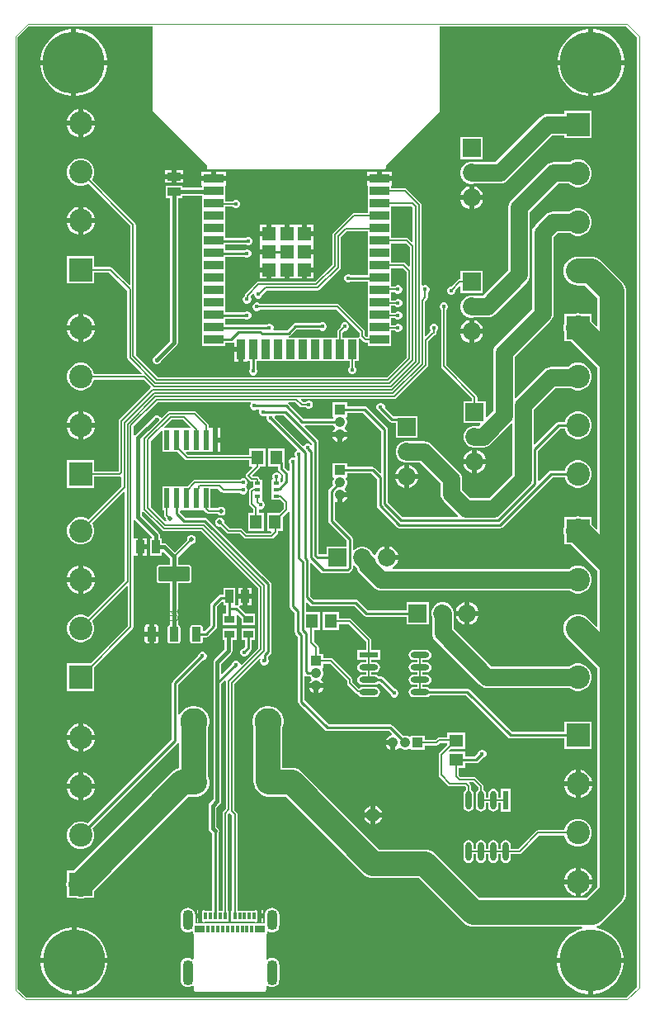
<source format=gtl>
G04*
G04 #@! TF.GenerationSoftware,Altium Limited,Altium Designer,22.7.1 (60)*
G04*
G04 Layer_Physical_Order=1*
G04 Layer_Color=255*
%FSLAX25Y25*%
%MOIN*%
G70*
G04*
G04 #@! TF.SameCoordinates,B0270450-B435-420B-BE19-FF0628D395ED*
G04*
G04*
G04 #@! TF.FilePolarity,Positive*
G04*
G01*
G75*
%ADD13C,0.01000*%
%ADD14C,0.00500*%
%ADD16C,0.00004*%
%ADD17C,0.00394*%
%ADD18R,0.01181X0.02756*%
%ADD19R,0.03937X0.02756*%
%ADD20R,0.01968X0.07874*%
%ADD21R,0.04953X0.05756*%
%ADD22R,0.01968X0.01575*%
%ADD23R,0.03937X0.03150*%
%ADD24R,0.02410X0.07597*%
G04:AMPARAMS|DCode=25|XSize=75.97mil|YSize=24.1mil|CornerRadius=12.05mil|HoleSize=0mil|Usage=FLASHONLY|Rotation=270.000|XOffset=0mil|YOffset=0mil|HoleType=Round|Shape=RoundedRectangle|*
%AMROUNDEDRECTD25*
21,1,0.07597,0.00000,0,0,270.0*
21,1,0.05187,0.02410,0,0,270.0*
1,1,0.02410,0.00000,-0.02594*
1,1,0.02410,0.00000,0.02594*
1,1,0.02410,0.00000,0.02594*
1,1,0.02410,0.00000,-0.02594*
%
%ADD25ROUNDEDRECTD25*%
G04:AMPARAMS|DCode=26|XSize=35.43mil|YSize=57.09mil|CornerRadius=1.95mil|HoleSize=0mil|Usage=FLASHONLY|Rotation=180.000|XOffset=0mil|YOffset=0mil|HoleType=Round|Shape=RoundedRectangle|*
%AMROUNDEDRECTD26*
21,1,0.03543,0.05319,0,0,180.0*
21,1,0.03154,0.05709,0,0,180.0*
1,1,0.00390,-0.01577,0.02659*
1,1,0.00390,0.01577,0.02659*
1,1,0.00390,0.01577,-0.02659*
1,1,0.00390,-0.01577,-0.02659*
%
%ADD26ROUNDEDRECTD26*%
G04:AMPARAMS|DCode=27|XSize=124.02mil|YSize=57.09mil|CornerRadius=2mil|HoleSize=0mil|Usage=FLASHONLY|Rotation=180.000|XOffset=0mil|YOffset=0mil|HoleType=Round|Shape=RoundedRectangle|*
%AMROUNDEDRECTD27*
21,1,0.12402,0.05309,0,0,180.0*
21,1,0.12002,0.05709,0,0,180.0*
1,1,0.00400,-0.06001,0.02655*
1,1,0.00400,0.06001,0.02655*
1,1,0.00400,0.06001,-0.02655*
1,1,0.00400,-0.06001,-0.02655*
%
%ADD27ROUNDEDRECTD27*%
%ADD28R,0.03248X0.05217*%
G04:AMPARAMS|DCode=29|XSize=75.97mil|YSize=24.1mil|CornerRadius=12.05mil|HoleSize=0mil|Usage=FLASHONLY|Rotation=0.000|XOffset=0mil|YOffset=0mil|HoleType=Round|Shape=RoundedRectangle|*
%AMROUNDEDRECTD29*
21,1,0.07597,0.00000,0,0,0.0*
21,1,0.05187,0.02410,0,0,0.0*
1,1,0.02410,0.02594,0.00000*
1,1,0.02410,-0.02594,0.00000*
1,1,0.02410,-0.02594,0.00000*
1,1,0.02410,0.02594,0.00000*
%
%ADD29ROUNDEDRECTD29*%
%ADD30R,0.07597X0.02410*%
%ADD31R,0.05756X0.04953*%
%ADD32R,0.05217X0.03248*%
%ADD33R,0.05236X0.05236*%
%ADD34R,0.03543X0.07874*%
%ADD35R,0.07874X0.03543*%
G04:AMPARAMS|DCode=41|XSize=43.31mil|YSize=82.68mil|CornerRadius=21.65mil|HoleSize=0mil|Usage=FLASHONLY|Rotation=0.000|XOffset=0mil|YOffset=0mil|HoleType=Round|Shape=RoundedRectangle|*
%AMROUNDEDRECTD41*
21,1,0.04331,0.03937,0,0,0.0*
21,1,0.00000,0.08268,0,0,0.0*
1,1,0.04331,0.00000,-0.01968*
1,1,0.04331,0.00000,-0.01968*
1,1,0.04331,0.00000,0.01968*
1,1,0.04331,0.00000,0.01968*
%
%ADD41ROUNDEDRECTD41*%
G04:AMPARAMS|DCode=42|XSize=43.31mil|YSize=102.36mil|CornerRadius=21.65mil|HoleSize=0mil|Usage=FLASHONLY|Rotation=0.000|XOffset=0mil|YOffset=0mil|HoleType=Round|Shape=RoundedRectangle|*
%AMROUNDEDRECTD42*
21,1,0.04331,0.05906,0,0,0.0*
21,1,0.00000,0.10236,0,0,0.0*
1,1,0.04331,0.00000,-0.02953*
1,1,0.04331,0.00000,-0.02953*
1,1,0.04331,0.00000,0.02953*
1,1,0.04331,0.00000,0.02953*
%
%ADD42ROUNDEDRECTD42*%
%ADD46R,0.07284X0.07284*%
%ADD47C,0.07284*%
%ADD49R,0.07284X0.07284*%
%ADD58C,0.07000*%
%ADD59C,0.01500*%
%ADD60C,0.00700*%
%ADD61C,0.10000*%
%ADD62C,0.01100*%
%ADD63C,0.00350*%
%ADD64C,0.09449*%
%ADD65R,0.09449X0.09449*%
%ADD66C,0.25000*%
%ADD67C,0.11000*%
%ADD68R,0.04134X0.04134*%
%ADD69C,0.04134*%
%ADD70R,0.04134X0.04134*%
%ADD71C,0.10000*%
%ADD72C,0.05512*%
%ADD73C,0.01772*%
%ADD74C,0.02000*%
%ADD75C,0.05000*%
G36*
X345654Y461282D02*
Y78088D01*
X341203Y73637D01*
X98758D01*
X95291Y77104D01*
Y461282D01*
X99742Y465733D01*
X150000D01*
Y431500D01*
X171751Y409749D01*
Y408894D01*
X171813Y408582D01*
X171990Y408317D01*
X172255Y408140D01*
X172567Y408078D01*
X243433D01*
X243745Y408140D01*
X244010Y408317D01*
X244187Y408582D01*
X244249Y408894D01*
Y409749D01*
X265500Y431000D01*
X266000D01*
Y465733D01*
X341203D01*
X345654Y461282D01*
D02*
G37*
%LPC*%
G36*
X328063Y464500D02*
X328000D01*
Y452000D01*
X340500D01*
Y452063D01*
X340168Y454161D01*
X339511Y456182D01*
X338546Y458076D01*
X337297Y459795D01*
X335795Y461297D01*
X334075Y462546D01*
X332182Y463511D01*
X330161Y464168D01*
X328063Y464500D01*
D02*
G37*
G36*
X326000D02*
X325938D01*
X323839Y464168D01*
X321818Y463511D01*
X319924Y462546D01*
X318205Y461297D01*
X316703Y459795D01*
X315454Y458076D01*
X314489Y456182D01*
X313832Y454161D01*
X313500Y452063D01*
Y452000D01*
X326000D01*
Y464500D01*
D02*
G37*
G36*
X119062D02*
X119000D01*
Y452000D01*
X131500D01*
Y452063D01*
X131168Y454161D01*
X130511Y456182D01*
X129546Y458076D01*
X128297Y459795D01*
X126795Y461297D01*
X125075Y462546D01*
X123182Y463511D01*
X121161Y464168D01*
X119062Y464500D01*
D02*
G37*
G36*
X117000D02*
X116937D01*
X114839Y464168D01*
X112818Y463511D01*
X110924Y462546D01*
X109205Y461297D01*
X107703Y459795D01*
X106454Y458076D01*
X105489Y456182D01*
X104832Y454161D01*
X104500Y452063D01*
Y452000D01*
X117000D01*
Y464500D01*
D02*
G37*
G36*
X340500Y450000D02*
X328000D01*
Y437500D01*
X328063D01*
X330161Y437832D01*
X332182Y438489D01*
X334075Y439454D01*
X335795Y440703D01*
X337297Y442205D01*
X338546Y443925D01*
X339511Y445818D01*
X340168Y447839D01*
X340500Y449937D01*
Y450000D01*
D02*
G37*
G36*
X326000D02*
X313500D01*
Y449937D01*
X313832Y447839D01*
X314489Y445818D01*
X315454Y443925D01*
X316703Y442205D01*
X318205Y440703D01*
X319924Y439454D01*
X321818Y438489D01*
X323839Y437832D01*
X325938Y437500D01*
X326000D01*
Y450000D01*
D02*
G37*
G36*
X131500D02*
X119000D01*
Y437500D01*
X119062D01*
X121161Y437832D01*
X123182Y438489D01*
X125075Y439454D01*
X126795Y440703D01*
X128297Y442205D01*
X129546Y443925D01*
X130511Y445818D01*
X131168Y447839D01*
X131500Y449937D01*
Y450000D01*
D02*
G37*
G36*
X117000D02*
X104500D01*
Y449937D01*
X104832Y447839D01*
X105489Y445818D01*
X106454Y443925D01*
X107703Y442205D01*
X109205Y440703D01*
X110924Y439454D01*
X112818Y438489D01*
X114839Y437832D01*
X116937Y437500D01*
X117000D01*
Y450000D01*
D02*
G37*
G36*
X121772Y432186D02*
Y427528D01*
X126430D01*
X126106Y428737D01*
X125352Y430042D01*
X124286Y431108D01*
X122981Y431862D01*
X121772Y432186D01*
D02*
G37*
G36*
X119772D02*
X118562Y431862D01*
X117257Y431108D01*
X116191Y430042D01*
X115437Y428737D01*
X115113Y427528D01*
X119772D01*
Y432186D01*
D02*
G37*
G36*
X126430Y425528D02*
X121772D01*
Y420869D01*
X122981Y421193D01*
X124286Y421947D01*
X125352Y423013D01*
X126106Y424318D01*
X126430Y425528D01*
D02*
G37*
G36*
X119772D02*
X115113D01*
X115437Y424318D01*
X116191Y423013D01*
X117257Y421947D01*
X118562Y421193D01*
X119772Y420869D01*
Y425528D01*
D02*
G37*
G36*
X327253Y431552D02*
X316204D01*
Y430365D01*
X309528D01*
X308405Y430217D01*
X307359Y429784D01*
X306461Y429094D01*
X288258Y410891D01*
X279497D01*
X279309Y410942D01*
X278140D01*
X277010Y410639D01*
X275997Y410054D01*
X275170Y409227D01*
X274585Y408214D01*
X274283Y407085D01*
Y405915D01*
X274585Y404786D01*
X275170Y403773D01*
X275997Y402946D01*
X277010Y402361D01*
X278140Y402058D01*
X279309D01*
X279902Y402217D01*
X290054D01*
X291177Y402365D01*
X292223Y402798D01*
X293121Y403487D01*
X311324Y421691D01*
X316204D01*
Y420503D01*
X327253D01*
Y431552D01*
D02*
G37*
G36*
X283166Y420942D02*
X274283D01*
Y412058D01*
X283166D01*
Y420942D01*
D02*
G37*
G36*
X162108Y407774D02*
X159500D01*
Y406150D01*
X162108D01*
Y407774D01*
D02*
G37*
G36*
X157500D02*
X154892D01*
Y406150D01*
X157500D01*
Y407774D01*
D02*
G37*
G36*
X246402Y406980D02*
X242465D01*
Y405209D01*
X246402D01*
Y406980D01*
D02*
G37*
G36*
X240465D02*
X236528D01*
Y405209D01*
X240465D01*
Y406980D01*
D02*
G37*
G36*
X179472D02*
X175535D01*
Y405209D01*
X179472D01*
Y406980D01*
D02*
G37*
G36*
X173535D02*
X169598D01*
Y405209D01*
X173535D01*
Y406980D01*
D02*
G37*
G36*
X162108Y404150D02*
X159500D01*
Y402526D01*
X162108D01*
Y404150D01*
D02*
G37*
G36*
X157500D02*
X154892D01*
Y402526D01*
X157500D01*
Y404150D01*
D02*
G37*
G36*
X322456Y411867D02*
X321001D01*
X319596Y411490D01*
X318464Y410837D01*
X312000D01*
X310877Y410689D01*
X309831Y410256D01*
X308933Y409567D01*
X294933Y395567D01*
X294244Y394669D01*
X293811Y393622D01*
X293663Y392500D01*
Y367297D01*
X283258Y356891D01*
X279497D01*
X279309Y356942D01*
X278140D01*
X277010Y356639D01*
X275997Y356054D01*
X275170Y355227D01*
X274585Y354214D01*
X274283Y353085D01*
Y351915D01*
X274585Y350786D01*
X275170Y349773D01*
X275997Y348946D01*
X277010Y348361D01*
X278140Y348058D01*
X279309D01*
X279902Y348217D01*
X285054D01*
X286177Y348365D01*
X287223Y348798D01*
X288121Y349487D01*
X301067Y362433D01*
X301756Y363331D01*
X302189Y364377D01*
X302337Y365500D01*
Y390704D01*
X313796Y402163D01*
X318095D01*
X318336Y401922D01*
X319596Y401195D01*
X321001Y400818D01*
X322456D01*
X323861Y401195D01*
X325120Y401922D01*
X326149Y402950D01*
X326876Y404210D01*
X327253Y405615D01*
Y407070D01*
X326876Y408475D01*
X326149Y409735D01*
X325120Y410763D01*
X323861Y411490D01*
X322456Y411867D01*
D02*
G37*
G36*
X279724Y401038D02*
Y397500D01*
X283262D01*
X283050Y398292D01*
X282439Y399350D01*
X281575Y400214D01*
X280516Y400825D01*
X279724Y401038D01*
D02*
G37*
G36*
X277724D02*
X276933Y400825D01*
X275874Y400214D01*
X275010Y399350D01*
X274399Y398292D01*
X274187Y397500D01*
X277724D01*
Y401038D01*
D02*
G37*
G36*
X283262Y395500D02*
X279724D01*
Y391963D01*
X280516Y392175D01*
X281575Y392786D01*
X282439Y393650D01*
X283050Y394708D01*
X283262Y395500D01*
D02*
G37*
G36*
X277724D02*
X274187D01*
X274399Y394708D01*
X275010Y393650D01*
X275874Y392786D01*
X276933Y392175D01*
X277724Y391963D01*
Y395500D01*
D02*
G37*
G36*
X121772Y392816D02*
Y388158D01*
X126430D01*
X126106Y389367D01*
X125352Y390672D01*
X124286Y391738D01*
X122981Y392492D01*
X121772Y392816D01*
D02*
G37*
G36*
X119772D02*
X118562Y392492D01*
X117257Y391738D01*
X116191Y390672D01*
X115437Y389367D01*
X115113Y388158D01*
X119772D01*
Y392816D01*
D02*
G37*
G36*
X214906Y385524D02*
X212287D01*
Y382906D01*
X214906D01*
Y385524D01*
D02*
G37*
G36*
X195839D02*
X193220D01*
Y382906D01*
X195839D01*
Y385524D01*
D02*
G37*
G36*
X210287D02*
X205063D01*
Y381906D01*
X203063D01*
Y385524D01*
X197839D01*
Y381906D01*
X196839D01*
Y380906D01*
X193220D01*
Y378287D01*
Y375681D01*
X196839D01*
Y373681D01*
X193220D01*
Y371063D01*
Y368457D01*
X196839D01*
Y367457D01*
X197839D01*
Y363839D01*
X203063D01*
Y367457D01*
X205063D01*
Y363839D01*
X210287D01*
Y367457D01*
X211287D01*
Y368457D01*
X214906D01*
Y371063D01*
Y373681D01*
X211287D01*
Y375681D01*
X214906D01*
Y378287D01*
Y380906D01*
X211287D01*
Y381906D01*
X210287D01*
Y385524D01*
D02*
G37*
G36*
X126430Y386157D02*
X121772D01*
Y381499D01*
X122981Y381823D01*
X124286Y382577D01*
X125352Y383643D01*
X126106Y384948D01*
X126430Y386157D01*
D02*
G37*
G36*
X119772D02*
X115113D01*
X115437Y384948D01*
X116191Y383643D01*
X117257Y382577D01*
X118562Y381823D01*
X119772Y381499D01*
Y386157D01*
D02*
G37*
G36*
X121499Y412367D02*
X120044D01*
X118639Y411990D01*
X117380Y411263D01*
X116351Y410235D01*
X115624Y408975D01*
X115247Y407570D01*
Y406115D01*
X115624Y404710D01*
X116351Y403450D01*
X117380Y402422D01*
X118639Y401695D01*
X120044Y401318D01*
X121499D01*
X122904Y401695D01*
X123856Y402244D01*
X140929Y385171D01*
Y361438D01*
X140468Y361246D01*
X133485Y368229D01*
X133137Y368461D01*
X132728Y368543D01*
X126296D01*
Y372997D01*
X115247D01*
Y361948D01*
X126296D01*
Y366402D01*
X132284D01*
X139629Y359057D01*
Y331961D01*
X139711Y331552D01*
X139943Y331205D01*
X145454Y325694D01*
X145262Y325232D01*
X126253D01*
X125920Y326475D01*
X125192Y327735D01*
X124164Y328763D01*
X122904Y329490D01*
X121499Y329867D01*
X120044D01*
X118639Y329490D01*
X117380Y328763D01*
X116351Y327735D01*
X115624Y326475D01*
X115247Y325070D01*
Y323615D01*
X115624Y322210D01*
X116351Y320951D01*
X117380Y319922D01*
X118639Y319195D01*
X120044Y318818D01*
X121499D01*
X122904Y319195D01*
X124164Y319922D01*
X125192Y320951D01*
X125920Y322210D01*
X126156Y323091D01*
X146218D01*
X149088Y320221D01*
X148996Y319606D01*
X136343Y306953D01*
X136111Y306606D01*
X136029Y306196D01*
Y286043D01*
X136029Y286043D01*
X126296D01*
Y290497D01*
X115247D01*
Y279448D01*
X126296D01*
Y283902D01*
X136472D01*
X136829Y283973D01*
X136930Y283951D01*
X137329Y283681D01*
Y280099D01*
X123856Y266626D01*
X122904Y267176D01*
X121499Y267552D01*
X120044D01*
X118639Y267176D01*
X117380Y266448D01*
X116351Y265420D01*
X115624Y264160D01*
X115247Y262755D01*
Y261300D01*
X115624Y259895D01*
X116351Y258635D01*
X117380Y257607D01*
X118639Y256880D01*
X120044Y256503D01*
X121499D01*
X122904Y256880D01*
X124164Y257607D01*
X125192Y258635D01*
X125920Y259895D01*
X126296Y261300D01*
Y262755D01*
X125920Y264160D01*
X125370Y265112D01*
X138168Y277909D01*
X138629Y277718D01*
Y242029D01*
X123856Y227256D01*
X122904Y227805D01*
X121499Y228182D01*
X120044D01*
X118639Y227805D01*
X117380Y227078D01*
X116351Y226049D01*
X115624Y224790D01*
X115247Y223385D01*
Y221930D01*
X115624Y220525D01*
X116351Y219265D01*
X117380Y218237D01*
X118639Y217510D01*
X120044Y217133D01*
X121499D01*
X122904Y217510D01*
X124164Y218237D01*
X125192Y219265D01*
X125920Y220525D01*
X126296Y221930D01*
Y223385D01*
X125920Y224790D01*
X125370Y225742D01*
X139468Y239839D01*
X139929Y239648D01*
Y223644D01*
X124782Y208497D01*
X115247D01*
Y197448D01*
X126296D01*
Y206983D01*
X141757Y222444D01*
X141989Y222791D01*
X142071Y223201D01*
X142071Y223201D01*
Y251456D01*
X142226Y251892D01*
X142571Y251892D01*
X143850D01*
Y255500D01*
Y259108D01*
X142226D01*
X142071Y259544D01*
Y266518D01*
X142154Y266578D01*
X142833Y266456D01*
X142883Y266383D01*
X149569Y259696D01*
Y258908D01*
X148726D01*
Y252092D01*
X153574D01*
Y253484D01*
X154074Y253691D01*
X156920Y250845D01*
Y248280D01*
X152499D01*
X152109Y248203D01*
X151778Y247982D01*
X151557Y247651D01*
X151480Y247261D01*
Y241952D01*
X151557Y241562D01*
X151778Y241231D01*
X152109Y241010D01*
X152499Y240932D01*
X156920D01*
Y224067D01*
X156535Y223990D01*
X156206Y223770D01*
X155986Y223441D01*
X155909Y223053D01*
Y217734D01*
X155986Y217346D01*
X156206Y217017D01*
X156535Y216797D01*
X156923Y216720D01*
X160077D01*
X160465Y216797D01*
X160794Y217017D01*
X161014Y217346D01*
X161091Y217734D01*
Y223053D01*
X161014Y223441D01*
X160794Y223770D01*
X160465Y223990D01*
X160080Y224067D01*
Y240932D01*
X164501D01*
X164891Y241010D01*
X165222Y241231D01*
X165443Y241562D01*
X165520Y241952D01*
Y247261D01*
X165443Y247651D01*
X165222Y247982D01*
X164891Y248203D01*
X164501Y248280D01*
X160080D01*
Y251422D01*
X165358Y256700D01*
X165858D01*
X166520Y256974D01*
X167026Y257480D01*
X167300Y258142D01*
Y258858D01*
X167026Y259520D01*
X166520Y260026D01*
X165858Y260300D01*
X165142D01*
X164480Y260026D01*
X163974Y259520D01*
X163700Y258858D01*
Y258358D01*
X158788Y253447D01*
X155617Y256617D01*
X155105Y256960D01*
X154500Y257080D01*
X153574D01*
Y258908D01*
X152730D01*
Y260350D01*
X152610Y260955D01*
X152267Y261468D01*
X145580Y268155D01*
Y269660D01*
X146080Y269867D01*
X153705Y262243D01*
X154052Y262011D01*
X154462Y261929D01*
X169526D01*
X192429Y239026D01*
Y214782D01*
X185686Y208038D01*
X185186Y208245D01*
Y208335D01*
X184929Y208955D01*
X184455Y209429D01*
X183835Y209686D01*
X183165D01*
X182545Y209429D01*
X182071Y208955D01*
X181814Y208335D01*
Y208257D01*
X177974Y204417D01*
X177512Y204608D01*
Y208277D01*
X181617Y212383D01*
X181960Y212895D01*
X182080Y213500D01*
Y218003D01*
X183768D01*
Y222753D01*
X178232D01*
Y218003D01*
X178920D01*
Y214155D01*
X174814Y210049D01*
X174471Y209536D01*
X174351Y208931D01*
Y200500D01*
Y153586D01*
X172947Y152182D01*
X172604Y151669D01*
X172484Y151064D01*
Y142005D01*
X172604Y141400D01*
X172947Y140887D01*
X173820Y140014D01*
Y108674D01*
X170882D01*
Y108874D01*
X170291D01*
Y108674D01*
X169869D01*
Y106496D01*
Y104318D01*
X170291D01*
Y104118D01*
X170882D01*
Y104318D01*
X180524D01*
Y108674D01*
X180204D01*
Y147690D01*
X180594Y148080D01*
X181234Y148013D01*
X182000Y147247D01*
Y108674D01*
X181680D01*
Y104318D01*
X191323D01*
Y104118D01*
X191913D01*
Y104318D01*
X192336D01*
Y106496D01*
Y108674D01*
X191913D01*
Y108874D01*
X191323D01*
Y108674D01*
X184141D01*
Y147691D01*
X184141Y147691D01*
X184060Y148100D01*
X183828Y148448D01*
X182871Y149405D01*
Y200357D01*
X193072Y210559D01*
X193496Y210275D01*
X193314Y209835D01*
Y209165D01*
X193571Y208545D01*
X194045Y208071D01*
X194665Y207814D01*
X195335D01*
X195955Y208071D01*
X196429Y208545D01*
X196686Y209165D01*
Y209835D01*
X196429Y210455D01*
X196403Y210481D01*
Y211337D01*
X197437Y212371D01*
X197725Y212801D01*
X197826Y213308D01*
Y240500D01*
X197725Y241007D01*
X197437Y241437D01*
X171937Y266937D01*
X171507Y267225D01*
X171000Y267325D01*
X163049D01*
X160826Y269549D01*
Y270098D01*
X161179Y270452D01*
X161716D01*
X161847Y270452D01*
X165153D01*
X165284Y270452D01*
Y270452D01*
X165653D01*
Y270452D01*
X169090D01*
X169221Y270452D01*
Y270452D01*
X169590D01*
Y270452D01*
X170483D01*
X170671Y270171D01*
X171671Y269171D01*
X172051Y268917D01*
X172500Y268828D01*
X176127D01*
X176480Y268474D01*
X177142Y268200D01*
X177858D01*
X178520Y268474D01*
X179026Y268980D01*
X179300Y269642D01*
Y270358D01*
X179026Y271020D01*
X178520Y271526D01*
X177858Y271800D01*
X177142D01*
X176480Y271526D01*
X176127Y271172D01*
X173158D01*
Y279129D01*
X176285D01*
X177671Y277743D01*
X178018Y277511D01*
X178428Y277429D01*
X185187D01*
X185545Y277071D01*
X186165Y276814D01*
X186835D01*
X187455Y277071D01*
X187929Y277545D01*
X188186Y278165D01*
Y278835D01*
X187929Y279455D01*
X187711Y279673D01*
X187501Y280000D01*
X187711Y280327D01*
X187929Y280545D01*
X188186Y281165D01*
Y281835D01*
X187929Y282455D01*
X187455Y282929D01*
X186835Y283186D01*
X186165D01*
X185545Y282929D01*
X185187Y282571D01*
X166858D01*
X166858Y282571D01*
X166449Y282489D01*
X166101Y282257D01*
X163770Y279926D01*
X161847D01*
X161716Y279926D01*
X161347D01*
X161216Y279926D01*
X157779D01*
Y279926D01*
X157410D01*
Y279926D01*
X153842D01*
Y270452D01*
X154555D01*
Y268374D01*
X154637Y267964D01*
X154869Y267617D01*
X155200Y267286D01*
Y266642D01*
X155427Y266094D01*
X155003Y265811D01*
X149021Y271793D01*
Y298430D01*
X153380Y302790D01*
X153842Y302598D01*
Y294074D01*
X157279D01*
X157410Y294074D01*
X157779D01*
X157910Y294074D01*
X159833D01*
X162995Y290912D01*
X162995Y290912D01*
X163342Y290680D01*
X163752Y290599D01*
X188877D01*
Y287991D01*
X190013D01*
X190204Y287529D01*
X187838Y285162D01*
X187605Y284815D01*
X187524Y284405D01*
X187605Y283996D01*
X187838Y283648D01*
X189243Y282243D01*
X189590Y282011D01*
X190000Y281929D01*
X190476D01*
Y279730D01*
X190116Y279658D01*
X189769Y279426D01*
X189769Y279426D01*
X189179Y278836D01*
X188947Y278489D01*
X188865Y278080D01*
Y273064D01*
X188947Y272655D01*
X189179Y272307D01*
X190583Y270903D01*
Y269178D01*
X188377D01*
Y261822D01*
X194930D01*
Y269178D01*
X192724D01*
Y270547D01*
X193140Y270824D01*
X193165Y270814D01*
X193835D01*
X194455Y271071D01*
X194929Y271545D01*
X195186Y272165D01*
Y272835D01*
X194929Y273455D01*
X194455Y273929D01*
X194136Y274061D01*
X194044Y274523D01*
X194044Y274523D01*
Y277082D01*
Y279641D01*
Y282816D01*
X193309D01*
X193249Y283117D01*
X193017Y283464D01*
X192724Y283757D01*
X192377Y283989D01*
X191967Y284071D01*
X190481D01*
X190153Y284451D01*
X192911Y287208D01*
X193143Y287555D01*
X193224Y287965D01*
Y287991D01*
X195430D01*
Y295347D01*
X188877D01*
Y292740D01*
X164195D01*
X163323Y293612D01*
X163514Y294074D01*
X165153D01*
X165284Y294074D01*
X165653D01*
X165784Y294074D01*
X169221D01*
Y294074D01*
X169590D01*
Y294074D01*
X172910D01*
X173327Y293874D01*
X173575Y293874D01*
X174311D01*
Y298811D01*
Y303748D01*
X173327D01*
X172945Y303565D01*
X172707Y303639D01*
X172445Y303902D01*
Y304626D01*
X172363Y305036D01*
X172131Y305383D01*
X167457Y310057D01*
X167110Y310289D01*
X166700Y310371D01*
X156538D01*
X156538Y310371D01*
X156128Y310289D01*
X155781Y310057D01*
X153467Y307743D01*
X152977Y307841D01*
X152929Y307955D01*
X152455Y308429D01*
X151835Y308686D01*
X151165D01*
X150545Y308429D01*
X150071Y307955D01*
X149965Y307700D01*
X142883Y300618D01*
X142833Y300544D01*
X142154Y300422D01*
X142071Y300482D01*
Y304137D01*
X151944Y314010D01*
X189419D01*
X189626Y313510D01*
X189571Y313455D01*
X189314Y312835D01*
Y312165D01*
X189571Y311545D01*
X190045Y311071D01*
X190665Y310814D01*
X191335D01*
X191955Y311071D01*
X192059Y311175D01*
X192637D01*
X192955Y310675D01*
X192814Y310335D01*
Y309665D01*
X193071Y309045D01*
X193545Y308571D01*
X194165Y308314D01*
X194835D01*
X195455Y308571D01*
X195881Y308290D01*
X195955Y308174D01*
X195814Y307835D01*
Y307165D01*
X196071Y306545D01*
X196545Y306071D01*
X197165Y305814D01*
X197311D01*
X208206Y294919D01*
X208109Y294429D01*
X207999Y294384D01*
X207525Y293909D01*
X207269Y293290D01*
Y292619D01*
X207525Y291999D01*
X207509Y291837D01*
X207096Y291578D01*
X206835Y291686D01*
X206165D01*
X205545Y291429D01*
X205071Y290955D01*
X204814Y290335D01*
Y289665D01*
X205071Y289045D01*
X205174Y288941D01*
Y286407D01*
X204675Y286200D01*
X203149Y287726D01*
Y289693D01*
X203123Y289821D01*
Y295347D01*
X196570D01*
Y287991D01*
X200498D01*
Y287177D01*
X200599Y286670D01*
X200886Y286240D01*
X202675Y284451D01*
Y282427D01*
X201986Y281739D01*
X201524Y281930D01*
Y282816D01*
X201524Y282816D01*
X201524D01*
X201539Y283310D01*
X201686Y283665D01*
Y284335D01*
X201429Y284955D01*
X200955Y285429D01*
X200335Y285686D01*
X199665D01*
X199045Y285429D01*
X198571Y284955D01*
X198314Y284335D01*
Y283665D01*
X198459Y283316D01*
X198147Y282816D01*
X197956D01*
Y279641D01*
Y277082D01*
Y274523D01*
X201463D01*
X202929Y273057D01*
Y270999D01*
X201109Y269178D01*
X196070D01*
Y261822D01*
X197483D01*
X197696Y261339D01*
X197482Y261071D01*
X187943D01*
X186257Y262757D01*
X185910Y262989D01*
X185500Y263071D01*
X180944D01*
X178800Y265214D01*
Y265858D01*
X178526Y266520D01*
X178020Y267026D01*
X177358Y267300D01*
X176642D01*
X175980Y267026D01*
X175474Y266520D01*
X175200Y265858D01*
Y265142D01*
X175474Y264480D01*
X175980Y263974D01*
X176642Y263700D01*
X177286D01*
X179743Y261243D01*
X180090Y261011D01*
X180500Y260929D01*
X180500Y260929D01*
X185056D01*
X186743Y259243D01*
X187090Y259011D01*
X187500Y258929D01*
X187500Y258929D01*
X198000D01*
X198410Y259011D01*
X198757Y259243D01*
X200257Y260743D01*
X200489Y261090D01*
X200571Y261500D01*
Y261822D01*
X202623D01*
Y267664D01*
X204675Y269716D01*
X204996Y269641D01*
X205174Y269523D01*
Y231739D01*
X205275Y231232D01*
X205563Y230802D01*
X207251Y229113D01*
Y221338D01*
X207352Y220830D01*
X207640Y220401D01*
X208675Y219366D01*
Y193000D01*
X208775Y192493D01*
X209063Y192063D01*
X219563Y181563D01*
X219993Y181275D01*
X220500Y181175D01*
X245451D01*
X246592Y180033D01*
X246403Y179515D01*
X245816Y179358D01*
X245117Y178954D01*
X244546Y178383D01*
X244142Y177684D01*
X244093Y177500D01*
X247000D01*
Y176500D01*
X248000D01*
Y173593D01*
X248184Y173642D01*
X248883Y174046D01*
X249304Y174466D01*
X249506Y174604D01*
X249957Y174488D01*
X250240Y174206D01*
X250893Y173828D01*
X251623Y173633D01*
X252377D01*
X253107Y173828D01*
X253633Y174132D01*
X254133Y173933D01*
Y173633D01*
X259867D01*
Y175429D01*
X264500D01*
X264910Y175511D01*
X265257Y175743D01*
X265943Y176429D01*
X268822D01*
Y175584D01*
X265743Y172505D01*
X265511Y172158D01*
X265429Y171748D01*
Y163500D01*
X265511Y163090D01*
X265743Y162743D01*
X269243Y159243D01*
X269590Y159011D01*
X270000Y158929D01*
X270000Y158929D01*
X276057D01*
X276429Y158557D01*
Y157688D01*
X276055Y157438D01*
X275611Y156774D01*
X275456Y155992D01*
Y150805D01*
X275611Y150023D01*
X276055Y149360D01*
X276718Y148916D01*
X277500Y148761D01*
X278282Y148916D01*
X278945Y149360D01*
X279389Y150023D01*
X279544Y150805D01*
Y155992D01*
X279389Y156774D01*
X278945Y157438D01*
X278571Y157688D01*
Y159000D01*
X278489Y159410D01*
X278257Y159757D01*
X278257Y159757D01*
X277821Y160193D01*
X278013Y160654D01*
X279332D01*
X281429Y158556D01*
Y157688D01*
X281054Y157438D01*
X280611Y156774D01*
X280456Y155992D01*
Y150805D01*
X280611Y150023D01*
X281054Y149360D01*
X281718Y148916D01*
X282500Y148761D01*
X283282Y148916D01*
X283945Y149360D01*
X284389Y150023D01*
X284544Y150805D01*
Y152328D01*
X285456D01*
Y150805D01*
X285611Y150023D01*
X286054Y149360D01*
X286718Y148916D01*
X287500Y148761D01*
X288282Y148916D01*
X288946Y149360D01*
X289389Y150023D01*
X289544Y150805D01*
Y152328D01*
X290495D01*
Y148800D01*
X294505D01*
Y157997D01*
X290495D01*
Y154469D01*
X289544D01*
Y155992D01*
X289389Y156774D01*
X288946Y157438D01*
X288282Y157881D01*
X287500Y158036D01*
X286718Y157881D01*
X286054Y157438D01*
X285611Y156774D01*
X285456Y155992D01*
Y154469D01*
X284544D01*
Y155992D01*
X284389Y156774D01*
X283945Y157438D01*
X283571Y157688D01*
Y159000D01*
X283489Y159410D01*
X283257Y159757D01*
X280532Y162482D01*
X280185Y162714D01*
X279775Y162796D01*
X274218D01*
X273571Y163444D01*
Y166377D01*
X276178D01*
Y168328D01*
X280654D01*
X281161Y168429D01*
X281591Y168716D01*
X283189Y170314D01*
X283335D01*
X283955Y170571D01*
X284429Y171045D01*
X284686Y171665D01*
Y172335D01*
X284429Y172955D01*
X283955Y173429D01*
X283335Y173686D01*
X282665D01*
X282045Y173429D01*
X281571Y172955D01*
X281314Y172335D01*
Y172189D01*
X280104Y170979D01*
X276178D01*
Y172930D01*
X269849D01*
X269658Y173392D01*
X270336Y174070D01*
X276178D01*
Y180623D01*
X268822D01*
Y178571D01*
X265500D01*
X265090Y178489D01*
X264743Y178257D01*
X264743Y178257D01*
X264057Y177571D01*
X259867D01*
Y179367D01*
X254133D01*
Y179067D01*
X253633Y178868D01*
X253107Y179172D01*
X252377Y179367D01*
X251623D01*
X251137Y179237D01*
X246937Y183437D01*
X246507Y183725D01*
X246000Y183826D01*
X221049D01*
X211326Y193549D01*
Y203215D01*
X211825Y203445D01*
X212078Y203275D01*
X212586Y203174D01*
X213455D01*
X213706Y202740D01*
X213988Y202457D01*
X214104Y202006D01*
X213966Y201803D01*
X213546Y201383D01*
X213142Y200684D01*
X213093Y200500D01*
X216000D01*
X218907D01*
X218858Y200684D01*
X218454Y201383D01*
X218034Y201803D01*
X217896Y202006D01*
X218012Y202457D01*
X218294Y202740D01*
X218671Y203393D01*
X218867Y204123D01*
Y204877D01*
X218671Y205607D01*
X218368Y206133D01*
X218567Y206633D01*
X218867D01*
Y208429D01*
X221557D01*
X228429Y201556D01*
Y200500D01*
X228511Y200090D01*
X228743Y199743D01*
X232021Y196465D01*
X232021Y196465D01*
X232368Y196233D01*
X232646Y196178D01*
X233062Y195554D01*
X233726Y195111D01*
X234508Y194956D01*
X239695D01*
X240477Y195111D01*
X241140Y195554D01*
X241584Y196218D01*
X241739Y197000D01*
X241584Y197782D01*
X241140Y198445D01*
X240477Y198889D01*
X239695Y199044D01*
X234508D01*
X233726Y198889D01*
X233066Y198448D01*
X230571Y200943D01*
Y202000D01*
X230489Y202410D01*
X230257Y202757D01*
X222757Y210257D01*
X222410Y210489D01*
X222000Y210571D01*
X218867D01*
Y212367D01*
X217071D01*
Y215000D01*
X217071Y215000D01*
X216989Y215410D01*
X216757Y215757D01*
X215071Y217443D01*
Y221822D01*
X217430D01*
Y229178D01*
X211702D01*
Y233156D01*
X212164Y233347D01*
X213449Y232063D01*
X213879Y231775D01*
X214386Y231675D01*
X231451D01*
X235338Y227787D01*
X235768Y227500D01*
X236276Y227399D01*
X252558D01*
Y224283D01*
X261442D01*
Y233166D01*
X252558D01*
Y230050D01*
X236825D01*
X232937Y233937D01*
X232507Y234225D01*
X232000Y234326D01*
X214935D01*
X213502Y235758D01*
Y249051D01*
X213964Y249243D01*
X217862Y245345D01*
X218292Y245058D01*
X218799Y244957D01*
X228680D01*
X229187Y245058D01*
X229618Y245345D01*
X230379Y246107D01*
X230666Y246537D01*
X230767Y247044D01*
Y247969D01*
X231267Y248176D01*
X231773Y247670D01*
X231941Y247573D01*
X232318Y247196D01*
X232369Y246812D01*
X232802Y245766D01*
X233491Y244868D01*
X239084Y239276D01*
X239982Y238586D01*
X241028Y238153D01*
X242151Y238005D01*
X318253D01*
X318336Y237922D01*
X319596Y237195D01*
X321001Y236818D01*
X322456D01*
X323861Y237195D01*
X325120Y237922D01*
X326149Y238950D01*
X326876Y240210D01*
X327253Y241615D01*
Y243070D01*
X326876Y244475D01*
X326149Y245735D01*
X325120Y246763D01*
X323861Y247491D01*
X322456Y247867D01*
X321001D01*
X319596Y247491D01*
X318336Y246763D01*
X318253Y246680D01*
X246912D01*
X246778Y247180D01*
X247350Y247510D01*
X248214Y248374D01*
X248825Y249433D01*
X249038Y250224D01*
X244500D01*
Y251224D01*
X243500D01*
Y255762D01*
X242708Y255550D01*
X241650Y254939D01*
X240786Y254075D01*
X240175Y253016D01*
X240015Y252421D01*
X239469Y252313D01*
X238361Y253420D01*
X238054Y253952D01*
X237227Y254779D01*
X236214Y255363D01*
X235085Y255666D01*
X233915D01*
X232786Y255363D01*
X231773Y254779D01*
X231267Y254273D01*
X230767Y254480D01*
Y258815D01*
X230666Y259322D01*
X230379Y259752D01*
X223459Y266673D01*
Y273560D01*
X223958Y273849D01*
X224316Y273642D01*
X224500Y273593D01*
Y276500D01*
X225500D01*
Y277500D01*
X228407D01*
X228358Y277684D01*
X227954Y278383D01*
X227534Y278803D01*
X227396Y279006D01*
X227512Y279457D01*
X227794Y279740D01*
X228171Y280393D01*
X228367Y281123D01*
Y281877D01*
X228171Y282607D01*
X227868Y283133D01*
X228067Y283633D01*
X228367D01*
Y285174D01*
X238151D01*
X240374Y282951D01*
Y272254D01*
X240475Y271747D01*
X240763Y271317D01*
X248617Y263463D01*
X249047Y263175D01*
X249554Y263074D01*
X290234D01*
X290741Y263175D01*
X291171Y263463D01*
X311355Y283647D01*
X316364D01*
X316580Y282840D01*
X317308Y281580D01*
X318336Y280552D01*
X319596Y279824D01*
X321001Y279448D01*
X322456D01*
X323861Y279824D01*
X325120Y280552D01*
X326149Y281580D01*
X326876Y282840D01*
X327253Y284245D01*
Y285700D01*
X326876Y287105D01*
X326149Y288365D01*
X325120Y289393D01*
X323861Y290120D01*
X322456Y290497D01*
X321001D01*
X319596Y290120D01*
X318336Y289393D01*
X317308Y288365D01*
X316580Y287105D01*
X316364Y286298D01*
X310806D01*
X310299Y286197D01*
X309869Y285910D01*
X306087Y282128D01*
X305626Y282319D01*
Y294451D01*
X314507Y303332D01*
X316364D01*
X316580Y302525D01*
X317308Y301265D01*
X318336Y300237D01*
X319596Y299510D01*
X321001Y299133D01*
X322456D01*
X323861Y299510D01*
X325120Y300237D01*
X326149Y301265D01*
X326876Y302525D01*
X327253Y303930D01*
Y305385D01*
X326876Y306790D01*
X326149Y308050D01*
X325120Y309078D01*
X323861Y309805D01*
X322456Y310182D01*
X321001D01*
X319596Y309805D01*
X318336Y309078D01*
X317308Y308050D01*
X316580Y306790D01*
X316364Y305983D01*
X313958D01*
X313450Y305882D01*
X313020Y305595D01*
X304299Y296873D01*
X303837Y297065D01*
Y310703D01*
X312670Y319537D01*
X319003D01*
X319596Y319195D01*
X321001Y318818D01*
X322456D01*
X323861Y319195D01*
X325120Y319922D01*
X326149Y320951D01*
X326876Y322210D01*
X327253Y323615D01*
Y325070D01*
X326876Y326475D01*
X326149Y327735D01*
X325120Y328763D01*
X323861Y329490D01*
X322456Y329867D01*
X321001D01*
X319596Y329490D01*
X318336Y328763D01*
X317784Y328211D01*
X310874D01*
X309751Y328063D01*
X308705Y327630D01*
X307807Y326941D01*
X296537Y315671D01*
X296037Y315818D01*
Y332154D01*
X310567Y346683D01*
X311256Y347581D01*
X311689Y348627D01*
X311837Y349750D01*
Y380603D01*
X313397Y382163D01*
X318464D01*
X319596Y381509D01*
X321001Y381133D01*
X322456D01*
X323861Y381509D01*
X325120Y382237D01*
X326149Y383265D01*
X326876Y384525D01*
X327253Y385930D01*
Y387385D01*
X326876Y388790D01*
X326149Y390050D01*
X325120Y391078D01*
X323861Y391805D01*
X322456Y392182D01*
X321001D01*
X319596Y391805D01*
X318336Y391078D01*
X318095Y390837D01*
X311600D01*
X310478Y390689D01*
X309432Y390256D01*
X308534Y389567D01*
X304433Y385466D01*
X303744Y384568D01*
X303311Y383522D01*
X303163Y382400D01*
Y351547D01*
X288633Y337017D01*
X287944Y336119D01*
X287511Y335072D01*
X287363Y333950D01*
Y310297D01*
X284942Y307875D01*
X284442Y307970D01*
Y314442D01*
X281071D01*
Y316000D01*
X280989Y316410D01*
X280757Y316757D01*
X268571Y328943D01*
Y351186D01*
X268929Y351545D01*
X269186Y352165D01*
Y352835D01*
X268929Y353455D01*
X268455Y353929D01*
X267835Y354186D01*
X267165D01*
X266545Y353929D01*
X266071Y353455D01*
X265814Y352835D01*
Y352165D01*
X266071Y351545D01*
X266429Y351186D01*
Y328500D01*
X266511Y328090D01*
X266743Y327743D01*
X278929Y315557D01*
Y314442D01*
X275558D01*
Y305558D01*
X282136D01*
X282327Y305096D01*
X281622Y304391D01*
X280773D01*
X280585Y304442D01*
X279415D01*
X278286Y304139D01*
X277273Y303554D01*
X276446Y302727D01*
X275861Y301714D01*
X275558Y300585D01*
Y299415D01*
X275861Y298286D01*
X276446Y297273D01*
X277273Y296446D01*
X278286Y295861D01*
X279415Y295558D01*
X280585D01*
X281178Y295717D01*
X283419D01*
X284541Y295865D01*
X285587Y296298D01*
X286486Y296987D01*
X291008Y301510D01*
X291551Y302218D01*
X294663Y305329D01*
X295163Y305182D01*
Y284797D01*
X285703Y275337D01*
X278296D01*
X274837Y278797D01*
Y283000D01*
X274689Y284122D01*
X274256Y285169D01*
X273567Y286067D01*
X262621Y297013D01*
X261723Y297702D01*
X260677Y298135D01*
X259554Y298283D01*
X253678D01*
X253085Y298442D01*
X251915D01*
X250786Y298139D01*
X249773Y297554D01*
X248946Y296727D01*
X248361Y295714D01*
X248058Y294585D01*
Y293415D01*
X248361Y292286D01*
X248946Y291273D01*
X249773Y290446D01*
X250786Y289861D01*
X251915Y289558D01*
X253085D01*
X253273Y289609D01*
X257758D01*
X266163Y281204D01*
Y277000D01*
X266311Y275877D01*
X266744Y274831D01*
X267433Y273933D01*
X273341Y268025D01*
X273211Y267526D01*
X250849D01*
X244826Y273549D01*
Y303000D01*
X244725Y303507D01*
X244437Y303937D01*
X236437Y311937D01*
X236007Y312225D01*
X235500Y312326D01*
X228367D01*
Y313867D01*
X222633D01*
Y308133D01*
X222781D01*
X223003Y307662D01*
X222787Y307326D01*
X210765D01*
X204653Y313437D01*
X204544Y313510D01*
X204696Y314010D01*
X207518D01*
X209285Y312243D01*
X209633Y312011D01*
X210042Y311929D01*
X211672D01*
X212031Y311571D01*
X212650Y311314D01*
X213321D01*
X213941Y311571D01*
X214415Y312045D01*
X214672Y312665D01*
Y313335D01*
X214415Y313955D01*
X213941Y314429D01*
X213321Y314686D01*
X212650D01*
X212031Y314429D01*
X211672Y314071D01*
X210486D01*
X209708Y314848D01*
X209899Y315310D01*
X247554D01*
X247964Y315392D01*
X248311Y315624D01*
X260857Y328170D01*
X261089Y328517D01*
X261171Y328927D01*
X261171Y328927D01*
Y338557D01*
X263554Y340940D01*
X263910Y341011D01*
X264257Y341243D01*
X264489Y341590D01*
X264571Y342000D01*
Y342687D01*
X264929Y343045D01*
X265186Y343665D01*
Y344335D01*
X264929Y344955D01*
X264455Y345429D01*
X263835Y345686D01*
X263165D01*
X262545Y345429D01*
X262071Y344955D01*
X261814Y344335D01*
Y343665D01*
X262071Y343045D01*
X261997Y342411D01*
X260332Y340746D01*
X259871Y340938D01*
Y354557D01*
X260757Y355443D01*
X260757Y355443D01*
X260989Y355790D01*
X261071Y356200D01*
X261071Y356200D01*
Y358187D01*
X261429Y358545D01*
X261686Y359165D01*
Y359835D01*
X261429Y360455D01*
X260955Y360929D01*
X260335Y361186D01*
X259665D01*
X259045Y360929D01*
X258571Y361162D01*
Y393500D01*
X258489Y393910D01*
X258257Y394257D01*
X258257Y394257D01*
X252548Y399966D01*
X252201Y400198D01*
X251791Y400279D01*
X246202D01*
Y401437D01*
X246402D01*
Y403209D01*
X236528D01*
Y401437D01*
X236728D01*
Y396637D01*
Y391637D01*
Y390279D01*
X231209D01*
X230799Y390198D01*
X230452Y389966D01*
X222743Y382257D01*
X222511Y381910D01*
X222429Y381500D01*
Y369443D01*
X215557Y362571D01*
X192500D01*
X192090Y362489D01*
X191743Y362257D01*
X187379Y357893D01*
X187147Y357545D01*
X187065Y357136D01*
Y356938D01*
X187045Y356929D01*
X186571Y356455D01*
X186314Y355835D01*
Y355165D01*
X186571Y354545D01*
X187045Y354071D01*
X187665Y353814D01*
X188335D01*
X188955Y354071D01*
X189429Y354545D01*
X189686Y355165D01*
Y355835D01*
X189429Y356455D01*
X189550Y357036D01*
X190314Y357800D01*
X190814Y357593D01*
Y357165D01*
X191071Y356545D01*
X191545Y356071D01*
X192165Y355814D01*
X192835D01*
X193455Y356071D01*
X193929Y356545D01*
X194186Y357165D01*
Y357372D01*
X195943Y359129D01*
X216539D01*
X216948Y359211D01*
X217296Y359443D01*
X225557Y367705D01*
X225557Y367705D01*
X225789Y368052D01*
X225871Y368461D01*
Y380518D01*
X228363Y383010D01*
X236728D01*
Y381637D01*
Y376637D01*
Y371637D01*
Y366637D01*
Y365325D01*
X230059D01*
X229955Y365429D01*
X229335Y365686D01*
X228665D01*
X228045Y365429D01*
X227571Y364955D01*
X227314Y364335D01*
Y363665D01*
X227571Y363045D01*
X228045Y362571D01*
X228665Y362314D01*
X229335D01*
X229955Y362571D01*
X230059Y362674D01*
X236728D01*
Y356637D01*
Y351637D01*
Y346637D01*
Y341637D01*
Y340297D01*
X236228Y340286D01*
X235571Y340943D01*
Y342500D01*
X235571Y342500D01*
X235489Y342910D01*
X235257Y343257D01*
X235257Y343257D01*
X225257Y353257D01*
X224910Y353489D01*
X224500Y353571D01*
X193314D01*
X192955Y353929D01*
X192335Y354186D01*
X191665D01*
X191045Y353929D01*
X190571Y353455D01*
X190314Y352835D01*
Y352165D01*
X190571Y351545D01*
X191045Y351071D01*
X191665Y350814D01*
X192335D01*
X192955Y351071D01*
X193314Y351429D01*
X224057D01*
X233429Y342057D01*
Y340500D01*
X233482Y340237D01*
X233450Y340210D01*
X233417Y340185D01*
X233017Y340009D01*
X232611Y340009D01*
X232611Y340009D01*
X232610Y340009D01*
X226571D01*
Y342057D01*
X227328Y342814D01*
X227835D01*
X228455Y343071D01*
X228929Y343545D01*
X229186Y344165D01*
Y344835D01*
X228929Y345455D01*
X228455Y345929D01*
X227835Y346186D01*
X227165D01*
X226545Y345929D01*
X226071Y345455D01*
X225814Y344835D01*
Y344328D01*
X224743Y343257D01*
X224511Y342910D01*
X224429Y342500D01*
Y340009D01*
X204895D01*
X204846Y340509D01*
X205253Y340590D01*
X205683Y340877D01*
X207980Y343175D01*
X217441D01*
X217545Y343071D01*
X218165Y342814D01*
X218835D01*
X219455Y343071D01*
X219929Y343545D01*
X220186Y344165D01*
Y344835D01*
X219929Y345455D01*
X219455Y345929D01*
X218835Y346186D01*
X218165D01*
X217545Y345929D01*
X217441Y345826D01*
X207431D01*
X206924Y345725D01*
X206494Y345437D01*
X204197Y343140D01*
X198918D01*
X198641Y343555D01*
X198686Y343665D01*
Y344335D01*
X198429Y344955D01*
X197955Y345429D01*
X197335Y345686D01*
X196665D01*
X196045Y345429D01*
X195941Y345325D01*
X179272D01*
Y347674D01*
X186941D01*
X187045Y347571D01*
X187665Y347314D01*
X188335D01*
X188955Y347571D01*
X189429Y348045D01*
X189686Y348665D01*
Y349335D01*
X189429Y349955D01*
X188955Y350429D01*
X188335Y350686D01*
X187665D01*
X187045Y350429D01*
X186941Y350325D01*
X179272D01*
Y351637D01*
Y356637D01*
Y361637D01*
Y366637D01*
Y372674D01*
X186941D01*
X187045Y372571D01*
X187665Y372314D01*
X188335D01*
X188955Y372571D01*
X189429Y373045D01*
X189686Y373665D01*
Y374335D01*
X189429Y374955D01*
X188955Y375429D01*
X188335Y375686D01*
X187665D01*
X187045Y375429D01*
X186941Y375325D01*
X179272D01*
Y377675D01*
X187441D01*
X187545Y377571D01*
X188165Y377314D01*
X188835D01*
X189455Y377571D01*
X189929Y378045D01*
X190186Y378665D01*
Y379335D01*
X189929Y379955D01*
X189455Y380429D01*
X188835Y380686D01*
X188165D01*
X187545Y380429D01*
X187441Y380326D01*
X179272D01*
Y381637D01*
Y386637D01*
Y391637D01*
Y392929D01*
X182186D01*
X182545Y392571D01*
X183165Y392314D01*
X183835D01*
X184455Y392571D01*
X184929Y393045D01*
X185186Y393665D01*
Y394335D01*
X184929Y394955D01*
X184455Y395429D01*
X183835Y395686D01*
X183165D01*
X182545Y395429D01*
X182186Y395071D01*
X179272D01*
Y396637D01*
Y401437D01*
X179472D01*
Y403209D01*
X169598D01*
Y401437D01*
X169798D01*
Y400610D01*
X161908D01*
Y401274D01*
X155092D01*
Y396426D01*
X156920D01*
Y338655D01*
X150800Y332535D01*
X150545Y332429D01*
X150071Y331955D01*
X149814Y331335D01*
Y330665D01*
X150071Y330045D01*
X150545Y329571D01*
X151165Y329314D01*
X151835D01*
X152455Y329571D01*
X152929Y330045D01*
X153035Y330300D01*
X159617Y336882D01*
X159960Y337395D01*
X160080Y338000D01*
Y396426D01*
X161908D01*
Y397449D01*
X169798D01*
Y391637D01*
Y386637D01*
Y381637D01*
Y376637D01*
Y371637D01*
Y366637D01*
Y361637D01*
Y356637D01*
Y351637D01*
Y346637D01*
Y341637D01*
Y336637D01*
X179272D01*
Y337883D01*
X181509D01*
X182016Y337984D01*
X182228Y338126D01*
X182728Y337863D01*
Y336272D01*
X185500D01*
Y335272D01*
X186500D01*
Y330335D01*
X188272D01*
Y330535D01*
X189174D01*
Y327559D01*
X189071Y327455D01*
X188814Y326835D01*
Y326165D01*
X189071Y325545D01*
X189545Y325071D01*
X190165Y324814D01*
X190835D01*
X191455Y325071D01*
X191929Y325545D01*
X192186Y326165D01*
Y326835D01*
X191929Y327455D01*
X191825Y327559D01*
Y330535D01*
X229429D01*
Y328313D01*
X229071Y327955D01*
X228814Y327335D01*
Y326665D01*
X229071Y326045D01*
X229545Y325571D01*
X230165Y325314D01*
X230835D01*
X231455Y325571D01*
X231929Y326045D01*
X232186Y326665D01*
Y327335D01*
X231929Y327955D01*
X231571Y328313D01*
Y330535D01*
X233072D01*
Y339531D01*
X233072Y339548D01*
X233072Y339548D01*
X233072Y339848D01*
X233171Y339945D01*
X233561Y339998D01*
X233699Y339808D01*
X233572Y339999D01*
X233572D01*
X233743Y339743D01*
X235034Y338452D01*
X235382Y338220D01*
X235791Y338138D01*
X236728D01*
Y336637D01*
X246202D01*
Y341637D01*
Y342929D01*
X247687D01*
X248045Y342571D01*
X248665Y342314D01*
X249335D01*
X249955Y342571D01*
X250429Y343045D01*
X250686Y343665D01*
Y344335D01*
X250429Y344955D01*
X249955Y345429D01*
X249335Y345686D01*
X248665D01*
X248045Y345429D01*
X247687Y345071D01*
X246202D01*
Y347929D01*
X247687D01*
X248045Y347571D01*
X248665Y347314D01*
X249335D01*
X249955Y347571D01*
X250429Y348045D01*
X250686Y348665D01*
Y349335D01*
X250429Y349955D01*
X249955Y350429D01*
X249335Y350686D01*
X248665D01*
X248045Y350429D01*
X247687Y350071D01*
X246202D01*
Y352929D01*
X247687D01*
X248045Y352571D01*
X248665Y352314D01*
X249335D01*
X249955Y352571D01*
X250429Y353045D01*
X250686Y353665D01*
Y354335D01*
X250429Y354955D01*
X249955Y355429D01*
X249335Y355686D01*
X248665D01*
X248045Y355429D01*
X247687Y355071D01*
X246202D01*
Y358429D01*
X247687D01*
X248045Y358071D01*
X248665Y357814D01*
X249335D01*
X249955Y358071D01*
X250429Y358545D01*
X250686Y359165D01*
Y359835D01*
X250429Y360455D01*
X249955Y360929D01*
X249335Y361186D01*
X248665D01*
X248045Y360929D01*
X247687Y360571D01*
X246202D01*
Y366637D01*
Y368138D01*
X250829D01*
X252410Y366557D01*
Y331943D01*
X244537Y324071D01*
X151944D01*
X143071Y332943D01*
Y385614D01*
X142989Y386024D01*
X142757Y386371D01*
X125370Y403758D01*
X125920Y404710D01*
X126296Y406115D01*
Y407570D01*
X125920Y408975D01*
X125192Y410235D01*
X124164Y411263D01*
X122904Y411990D01*
X121499Y412367D01*
D02*
G37*
G36*
X214906Y366457D02*
X212287D01*
Y363839D01*
X214906D01*
Y366457D01*
D02*
G37*
G36*
X195839D02*
X193220D01*
Y363839D01*
X195839D01*
Y366457D01*
D02*
G37*
G36*
X283166Y366942D02*
X274283D01*
Y363937D01*
X274000Y363571D01*
X273590Y363489D01*
X273243Y363257D01*
X270672Y360686D01*
X270165D01*
X269545Y360429D01*
X269071Y359955D01*
X268814Y359335D01*
Y358665D01*
X269071Y358045D01*
X269545Y357571D01*
X270165Y357314D01*
X270835D01*
X271455Y357571D01*
X271929Y358045D01*
X272186Y358665D01*
Y359172D01*
X273821Y360807D01*
X274283Y360615D01*
Y358058D01*
X283166D01*
Y366942D01*
D02*
G37*
G36*
X121772Y349686D02*
Y345028D01*
X126430D01*
X126106Y346237D01*
X125352Y347542D01*
X124286Y348608D01*
X122981Y349362D01*
X121772Y349686D01*
D02*
G37*
G36*
X119772D02*
X118562Y349362D01*
X117257Y348608D01*
X116191Y347542D01*
X115437Y346237D01*
X115113Y345028D01*
X119772D01*
Y349686D01*
D02*
G37*
G36*
X327028Y372800D02*
X321728D01*
X320591Y372689D01*
X319498Y372357D01*
X318491Y371818D01*
X317607Y371094D01*
X316882Y370210D01*
X316344Y369203D01*
X316012Y368109D01*
X315900Y366972D01*
X316012Y365835D01*
X316344Y364742D01*
X316882Y363735D01*
X317607Y362851D01*
X318491Y362127D01*
X319498Y361588D01*
X320591Y361256D01*
X321728Y361144D01*
X324613D01*
X329672Y356086D01*
Y344979D01*
X329210Y344788D01*
X327253Y346745D01*
Y349552D01*
X323497D01*
X322865Y349744D01*
X321728Y349856D01*
X320591Y349744D01*
X319959Y349552D01*
X316204D01*
Y345796D01*
X316012Y345165D01*
X315900Y344028D01*
X316012Y342891D01*
X316204Y342259D01*
Y338503D01*
X319011D01*
X329672Y327842D01*
Y262979D01*
X329210Y262788D01*
X327253Y264745D01*
Y267552D01*
X323497D01*
X322865Y267744D01*
X321728Y267856D01*
X320591Y267744D01*
X319959Y267552D01*
X316204D01*
Y263796D01*
X316012Y263165D01*
X315900Y262028D01*
X316012Y260891D01*
X316204Y260259D01*
Y256503D01*
X319011D01*
X329672Y245842D01*
Y223609D01*
X329210Y223418D01*
X325849Y226779D01*
X324966Y227503D01*
X323959Y228042D01*
X322865Y228374D01*
X321728Y228485D01*
X320591Y228374D01*
X319498Y228042D01*
X318491Y227503D01*
X317607Y226779D01*
X316882Y225895D01*
X316344Y224888D01*
X316012Y223795D01*
X315900Y222657D01*
X316012Y221520D01*
X316344Y220427D01*
X316882Y219420D01*
X317607Y218536D01*
X329672Y206472D01*
Y118414D01*
X325086Y113828D01*
X282015D01*
X264065Y131779D01*
X263182Y132503D01*
X262174Y133042D01*
X261081Y133374D01*
X259944Y133485D01*
X241414D01*
X210279Y164621D01*
X209395Y165346D01*
X208388Y165884D01*
X207295Y166216D01*
X206157Y166328D01*
X202328D01*
Y182607D01*
X202558Y183162D01*
X202800Y184379D01*
Y185620D01*
X202558Y186838D01*
X202083Y187984D01*
X201394Y189016D01*
X200516Y189893D01*
X199484Y190583D01*
X198338Y191058D01*
X197120Y191300D01*
X195879D01*
X194662Y191058D01*
X193516Y190583D01*
X192484Y189893D01*
X191606Y189016D01*
X190917Y187984D01*
X190442Y186838D01*
X190200Y185620D01*
Y184379D01*
X190442Y183162D01*
X190672Y182607D01*
Y161000D01*
X190784Y159863D01*
X191116Y158770D01*
X191654Y157762D01*
X192379Y156879D01*
X192879Y156379D01*
X193100Y156197D01*
X193303Y155995D01*
X193541Y155836D01*
X193762Y155654D01*
X194015Y155519D01*
X194253Y155360D01*
X194517Y155251D01*
X194770Y155116D01*
X195044Y155033D01*
X195308Y154923D01*
X195589Y154867D01*
X195863Y154784D01*
X196148Y154756D01*
X196429Y154700D01*
X196715D01*
X197000Y154672D01*
X203743D01*
X234879Y123536D01*
X235762Y122812D01*
X236770Y122273D01*
X237863Y121941D01*
X239000Y121829D01*
X257530D01*
X275480Y103879D01*
X276363Y103154D01*
X277371Y102616D01*
X278464Y102284D01*
X279601Y102172D01*
X323290D01*
X323369Y101672D01*
X321589Y101094D01*
X319696Y100129D01*
X317977Y98880D01*
X316474Y97377D01*
X315225Y95658D01*
X314261Y93765D01*
X313604Y91744D01*
X313272Y89645D01*
Y89583D01*
X340272D01*
Y89645D01*
X339939Y91744D01*
X339283Y93765D01*
X338318Y95658D01*
X337069Y97377D01*
X335566Y98880D01*
X333847Y100129D01*
X331954Y101094D01*
X329933Y101750D01*
X329057Y101889D01*
X329022Y102401D01*
X329730Y102616D01*
X330738Y103154D01*
X331621Y103879D01*
X339621Y111879D01*
X340346Y112762D01*
X340884Y113770D01*
X341216Y114863D01*
X341328Y116000D01*
Y208886D01*
Y248256D01*
Y330256D01*
Y358500D01*
X341216Y359637D01*
X340884Y360730D01*
X340346Y361738D01*
X339621Y362621D01*
X331149Y371094D01*
X330265Y371818D01*
X329258Y372357D01*
X328165Y372689D01*
X327028Y372800D01*
D02*
G37*
G36*
X279724Y347038D02*
Y343500D01*
X283262D01*
X283050Y344292D01*
X282439Y345350D01*
X281575Y346214D01*
X280516Y346825D01*
X279724Y347038D01*
D02*
G37*
G36*
X277724D02*
X276933Y346825D01*
X275874Y346214D01*
X275010Y345350D01*
X274399Y344292D01*
X274187Y343500D01*
X277724D01*
Y347038D01*
D02*
G37*
G36*
X126430Y343028D02*
X121772D01*
Y338369D01*
X122981Y338693D01*
X124286Y339447D01*
X125352Y340513D01*
X126106Y341818D01*
X126430Y343028D01*
D02*
G37*
G36*
X119772D02*
X115113D01*
X115437Y341818D01*
X116191Y340513D01*
X117257Y339447D01*
X118562Y338693D01*
X119772Y338369D01*
Y343028D01*
D02*
G37*
G36*
X283262Y341500D02*
X279724D01*
Y337963D01*
X280516Y338175D01*
X281575Y338786D01*
X282439Y339650D01*
X283050Y340708D01*
X283262Y341500D01*
D02*
G37*
G36*
X277724D02*
X274187D01*
X274399Y340708D01*
X275010Y339650D01*
X275874Y338786D01*
X276933Y338175D01*
X277724Y337963D01*
Y341500D01*
D02*
G37*
G36*
X184500Y334272D02*
X182728D01*
Y330335D01*
X184500D01*
Y334272D01*
D02*
G37*
G36*
X121772Y310316D02*
Y305658D01*
X126430D01*
X126106Y306867D01*
X125352Y308172D01*
X124286Y309238D01*
X122981Y309992D01*
X121772Y310316D01*
D02*
G37*
G36*
X119772D02*
X118562Y309992D01*
X117257Y309238D01*
X116191Y308172D01*
X115437Y306867D01*
X115113Y305658D01*
X119772D01*
Y310316D01*
D02*
G37*
G36*
X176311Y303748D02*
Y299811D01*
X177295D01*
Y303748D01*
X176311D01*
D02*
G37*
G36*
X242335Y313686D02*
X241665D01*
X241045Y313429D01*
X240571Y312955D01*
X240314Y312335D01*
Y311665D01*
X240571Y311045D01*
X241045Y310571D01*
X241062Y310564D01*
X241063Y310563D01*
X245421Y306205D01*
X245851Y305917D01*
X246358Y305816D01*
X248058D01*
Y299558D01*
X256942D01*
Y308442D01*
X249486D01*
X249358Y308467D01*
X246907D01*
X243686Y311689D01*
Y312335D01*
X243429Y312955D01*
X242955Y313429D01*
X242335Y313686D01*
D02*
G37*
G36*
X126430Y303658D02*
X121772D01*
Y298999D01*
X122981Y299323D01*
X124286Y300077D01*
X125352Y301143D01*
X126106Y302448D01*
X126430Y303658D01*
D02*
G37*
G36*
X119772D02*
X115113D01*
X115437Y302448D01*
X116191Y301143D01*
X117257Y300077D01*
X118562Y299323D01*
X119772Y298999D01*
Y303658D01*
D02*
G37*
G36*
X177295Y297811D02*
X176311D01*
Y293874D01*
X177295D01*
Y297811D01*
D02*
G37*
G36*
X281000Y294537D02*
Y291000D01*
X284538D01*
X284325Y291792D01*
X283714Y292850D01*
X282850Y293714D01*
X281792Y294325D01*
X281000Y294537D01*
D02*
G37*
G36*
X279000D02*
X278208Y294325D01*
X277150Y293714D01*
X276286Y292850D01*
X275675Y291792D01*
X275463Y291000D01*
X279000D01*
Y294537D01*
D02*
G37*
G36*
X284538Y289000D02*
X281000D01*
Y285462D01*
X281792Y285675D01*
X282850Y286286D01*
X283714Y287150D01*
X284325Y288208D01*
X284538Y289000D01*
D02*
G37*
G36*
X279000D02*
X275463D01*
X275675Y288208D01*
X276286Y287150D01*
X277150Y286286D01*
X278208Y285675D01*
X279000Y285462D01*
Y289000D01*
D02*
G37*
G36*
X253500Y288538D02*
Y285000D01*
X257037D01*
X256825Y285792D01*
X256214Y286850D01*
X255350Y287714D01*
X254292Y288325D01*
X253500Y288538D01*
D02*
G37*
G36*
X251500D02*
X250708Y288325D01*
X249650Y287714D01*
X248786Y286850D01*
X248175Y285792D01*
X247962Y285000D01*
X251500D01*
Y288538D01*
D02*
G37*
G36*
X257037Y283000D02*
X253500D01*
Y279463D01*
X254292Y279675D01*
X255350Y280286D01*
X256214Y281150D01*
X256825Y282208D01*
X257037Y283000D01*
D02*
G37*
G36*
X251500D02*
X247962D01*
X248175Y282208D01*
X248786Y281150D01*
X249650Y280286D01*
X250708Y279675D01*
X251500Y279463D01*
Y283000D01*
D02*
G37*
G36*
X228407Y275500D02*
X226500D01*
Y273593D01*
X226684Y273642D01*
X227383Y274046D01*
X227954Y274617D01*
X228358Y275316D01*
X228407Y275500D01*
D02*
G37*
G36*
X145850Y259108D02*
Y256500D01*
X147474D01*
Y259108D01*
X145850D01*
D02*
G37*
G36*
X245500Y255762D02*
Y252224D01*
X249038D01*
X248825Y253016D01*
X248214Y254075D01*
X247350Y254939D01*
X246292Y255550D01*
X245500Y255762D01*
D02*
G37*
G36*
X147474Y254500D02*
X145850D01*
Y251892D01*
X147474D01*
Y254500D01*
D02*
G37*
G36*
X121772Y248001D02*
Y243342D01*
X126430D01*
X126106Y244552D01*
X125352Y245857D01*
X124286Y246923D01*
X122981Y247677D01*
X121772Y248001D01*
D02*
G37*
G36*
X119772D02*
X118562Y247677D01*
X117257Y246923D01*
X116191Y245857D01*
X115437Y244552D01*
X115113Y243342D01*
X119772D01*
Y248001D01*
D02*
G37*
G36*
X126430Y241342D02*
X121772D01*
Y236684D01*
X122981Y237008D01*
X124286Y237762D01*
X125352Y238828D01*
X126106Y240133D01*
X126430Y241342D01*
D02*
G37*
G36*
X119772D02*
X115113D01*
X115437Y240133D01*
X116191Y238828D01*
X117257Y237762D01*
X118562Y237008D01*
X119772Y236684D01*
Y241342D01*
D02*
G37*
G36*
X189774Y239108D02*
X188150D01*
Y236500D01*
X189774D01*
Y239108D01*
D02*
G37*
G36*
X186150D02*
X184526D01*
Y236500D01*
X186150D01*
Y239108D01*
D02*
G37*
G36*
X189774Y234500D02*
X188150D01*
Y231892D01*
X189774D01*
Y234500D01*
D02*
G37*
G36*
X278000Y233262D02*
Y229724D01*
X281538D01*
X281325Y230516D01*
X280714Y231575D01*
X279850Y232439D01*
X278792Y233050D01*
X278000Y233262D01*
D02*
G37*
G36*
X276000D02*
X275208Y233050D01*
X274150Y232439D01*
X273286Y231575D01*
X272675Y230516D01*
X272463Y229724D01*
X276000D01*
Y233262D01*
D02*
G37*
G36*
Y227724D02*
X272463D01*
X272675Y226933D01*
X273286Y225874D01*
X274150Y225010D01*
X275208Y224399D01*
X276000Y224187D01*
Y227724D01*
D02*
G37*
G36*
X281538D02*
X278000D01*
Y224187D01*
X278792Y224399D01*
X279850Y225010D01*
X280714Y225874D01*
X281325Y226933D01*
X281538Y227724D01*
D02*
G37*
G36*
X183274Y238908D02*
X178426D01*
Y236326D01*
X177500D01*
X176993Y236225D01*
X176563Y235937D01*
X173563Y232937D01*
X173275Y232507D01*
X173175Y232000D01*
Y224049D01*
X170845Y221719D01*
X170146D01*
Y223053D01*
X170069Y223441D01*
X169849Y223770D01*
X169520Y223990D01*
X169132Y224067D01*
X165978D01*
X165590Y223990D01*
X165261Y223770D01*
X165041Y223441D01*
X164964Y223053D01*
Y217734D01*
X165041Y217346D01*
X165261Y217017D01*
X165590Y216797D01*
X165978Y216720D01*
X169132D01*
X169520Y216797D01*
X169849Y217017D01*
X170069Y217346D01*
X170146Y217734D01*
Y219068D01*
X171394D01*
X171901Y219169D01*
X172331Y219456D01*
X175437Y222563D01*
X175725Y222993D01*
X175826Y223500D01*
Y231451D01*
X177926Y233552D01*
X178426Y233378D01*
Y232092D01*
X179674D01*
Y228658D01*
X178232D01*
Y223909D01*
X183768D01*
Y227992D01*
X184268Y228200D01*
X185731Y226736D01*
Y223861D01*
X191269D01*
Y228611D01*
X187606D01*
X184825Y231392D01*
X185032Y231892D01*
X186150D01*
Y234500D01*
X184526D01*
Y232314D01*
X184033Y232042D01*
X183526Y232142D01*
X183274D01*
Y238908D01*
D02*
G37*
G36*
X151022Y224271D02*
X150445D01*
Y221394D01*
X152240D01*
Y223053D01*
X152147Y223519D01*
X151883Y223915D01*
X151488Y224179D01*
X151022Y224271D01*
D02*
G37*
G36*
X148445D02*
X147868D01*
X147402Y224179D01*
X147007Y223915D01*
X146743Y223519D01*
X146650Y223053D01*
Y221394D01*
X148445D01*
Y224271D01*
D02*
G37*
G36*
X152240Y219394D02*
X150445D01*
Y216516D01*
X151022D01*
X151488Y216609D01*
X151883Y216873D01*
X152147Y217268D01*
X152240Y217734D01*
Y219394D01*
D02*
G37*
G36*
X148445D02*
X146650D01*
Y217734D01*
X146743Y217268D01*
X147007Y216873D01*
X147402Y216609D01*
X147868Y216516D01*
X148445D01*
Y219394D01*
D02*
G37*
G36*
X191269Y222706D02*
X185731D01*
Y217956D01*
X187174D01*
Y215258D01*
X186559Y214642D01*
X186045Y214429D01*
X185571Y213955D01*
X185314Y213335D01*
Y212665D01*
X185571Y212045D01*
X186045Y211571D01*
X186665Y211314D01*
X187335D01*
X187955Y211571D01*
X188429Y212045D01*
X188686Y212665D01*
Y213020D01*
X189437Y213772D01*
X189725Y214202D01*
X189825Y214709D01*
Y217956D01*
X191269D01*
Y222706D01*
D02*
G37*
G36*
X267585Y233166D02*
X266415D01*
X265286Y232863D01*
X264273Y232279D01*
X263446Y231452D01*
X262861Y230439D01*
X262558Y229309D01*
Y228140D01*
X262717Y227547D01*
Y220946D01*
X262865Y219823D01*
X263298Y218777D01*
X263987Y217879D01*
X281933Y199933D01*
X282831Y199244D01*
X283877Y198811D01*
X285000Y198663D01*
X318225D01*
X318336Y198552D01*
X319596Y197825D01*
X321001Y197448D01*
X322456D01*
X323861Y197825D01*
X325120Y198552D01*
X326149Y199580D01*
X326876Y200840D01*
X327253Y202245D01*
Y203700D01*
X326876Y205105D01*
X326149Y206364D01*
X325120Y207393D01*
X323861Y208120D01*
X322456Y208497D01*
X321001D01*
X319596Y208120D01*
X318336Y207393D01*
X318280Y207337D01*
X286796D01*
X271391Y222742D01*
Y227952D01*
X271442Y228140D01*
Y229309D01*
X271139Y230439D01*
X270554Y231452D01*
X269727Y232279D01*
X268714Y232863D01*
X267585Y233166D01*
D02*
G37*
G36*
X218907Y198500D02*
X217000D01*
Y196593D01*
X217184Y196642D01*
X217883Y197046D01*
X218454Y197617D01*
X218858Y198316D01*
X218907Y198500D01*
D02*
G37*
G36*
X215000D02*
X213093D01*
X213142Y198316D01*
X213546Y197617D01*
X214117Y197046D01*
X214816Y196642D01*
X215000Y196593D01*
Y198500D01*
D02*
G37*
G36*
X225123Y229178D02*
X218570D01*
Y221822D01*
X225123D01*
Y224429D01*
X229057D01*
X236031Y217455D01*
Y214005D01*
X232503D01*
Y209995D01*
X236031D01*
Y209044D01*
X234508D01*
X233726Y208889D01*
X233062Y208446D01*
X232619Y207782D01*
X232464Y207000D01*
X232619Y206218D01*
X233062Y205555D01*
X233726Y205111D01*
X234508Y204956D01*
X236031D01*
Y204044D01*
X234508D01*
X233726Y203889D01*
X233062Y203446D01*
X232619Y202782D01*
X232464Y202000D01*
X232619Y201218D01*
X233062Y200554D01*
X233726Y200111D01*
X234508Y199956D01*
X239695D01*
X240477Y200111D01*
X241140Y200554D01*
X241652Y200474D01*
X245814Y196311D01*
Y196165D01*
X246071Y195545D01*
X246545Y195071D01*
X247165Y194814D01*
X247835D01*
X248455Y195071D01*
X248929Y195545D01*
X249186Y196165D01*
Y196835D01*
X248929Y197455D01*
X248455Y197929D01*
X247835Y198186D01*
X247689D01*
X242937Y202937D01*
X242507Y203225D01*
X242000Y203326D01*
X241221D01*
X241140Y203446D01*
X240477Y203889D01*
X239695Y204044D01*
X238172D01*
Y204956D01*
X239695D01*
X240477Y205111D01*
X241140Y205555D01*
X241584Y206218D01*
X241739Y207000D01*
X241584Y207782D01*
X241140Y208446D01*
X240477Y208889D01*
X239695Y209044D01*
X238172D01*
Y209995D01*
X241700D01*
Y214005D01*
X238172D01*
Y217899D01*
X238090Y218308D01*
X237858Y218656D01*
X230257Y226257D01*
X229910Y226489D01*
X229500Y226571D01*
X225123D01*
Y229178D01*
D02*
G37*
G36*
X121772Y184186D02*
Y179528D01*
X126430D01*
X126106Y180737D01*
X125352Y182042D01*
X124286Y183108D01*
X122981Y183862D01*
X121772Y184186D01*
D02*
G37*
G36*
X119772D02*
X118562Y183862D01*
X117257Y183108D01*
X116191Y182042D01*
X115437Y180737D01*
X115113Y179528D01*
X119772D01*
Y184186D01*
D02*
G37*
G36*
X260492Y214044D02*
X255305D01*
X254523Y213889D01*
X253860Y213445D01*
X253416Y212782D01*
X253261Y212000D01*
X253416Y211218D01*
X253860Y210555D01*
X254523Y210111D01*
X255305Y209956D01*
X256828D01*
Y209044D01*
X255305D01*
X254523Y208889D01*
X253860Y208446D01*
X253416Y207782D01*
X253261Y207000D01*
X253416Y206218D01*
X253860Y205555D01*
X254523Y205111D01*
X255305Y204956D01*
X256828D01*
Y204044D01*
X255305D01*
X254523Y203889D01*
X253860Y203446D01*
X253416Y202782D01*
X253261Y202000D01*
X253416Y201218D01*
X253860Y200554D01*
X254523Y200111D01*
X255305Y199956D01*
X256828D01*
Y199044D01*
X255305D01*
X254523Y198889D01*
X253860Y198445D01*
X253416Y197782D01*
X253261Y197000D01*
X253416Y196218D01*
X253860Y195554D01*
X254523Y195111D01*
X255305Y194956D01*
X260492D01*
X261274Y195111D01*
X261938Y195554D01*
X262018Y195675D01*
X276451D01*
X293535Y178590D01*
X293965Y178303D01*
X294472Y178202D01*
X316204D01*
Y174003D01*
X327253D01*
Y185052D01*
X316204D01*
Y180853D01*
X295022D01*
X277937Y197937D01*
X277507Y198225D01*
X277000Y198326D01*
X262018D01*
X261938Y198445D01*
X261274Y198889D01*
X260492Y199044D01*
X258969D01*
Y199956D01*
X260492D01*
X261274Y200111D01*
X261938Y200554D01*
X262381Y201218D01*
X262536Y202000D01*
X262381Y202782D01*
X261938Y203446D01*
X261274Y203889D01*
X260492Y204044D01*
X258969D01*
Y204956D01*
X260492D01*
X261274Y205111D01*
X261938Y205555D01*
X262381Y206218D01*
X262536Y207000D01*
X262381Y207782D01*
X261938Y208446D01*
X261274Y208889D01*
X260492Y209044D01*
X258969D01*
Y209956D01*
X260492D01*
X261274Y210111D01*
X261938Y210555D01*
X262381Y211218D01*
X262536Y212000D01*
X262381Y212782D01*
X261938Y213445D01*
X261274Y213889D01*
X260492Y214044D01*
D02*
G37*
G36*
X246000Y175500D02*
X244093D01*
X244142Y175316D01*
X244546Y174617D01*
X245117Y174046D01*
X245816Y173642D01*
X246000Y173593D01*
Y175500D01*
D02*
G37*
G36*
X126430Y177528D02*
X121772D01*
Y172869D01*
X122981Y173193D01*
X124286Y173947D01*
X125352Y175013D01*
X126106Y176318D01*
X126430Y177528D01*
D02*
G37*
G36*
X119772D02*
X115113D01*
X115437Y176318D01*
X116191Y175013D01*
X117257Y173947D01*
X118562Y173193D01*
X119772Y172869D01*
Y177528D01*
D02*
G37*
G36*
X322728Y165501D02*
Y160843D01*
X327387D01*
X327063Y162052D01*
X326309Y163357D01*
X325243Y164423D01*
X323938Y165177D01*
X322728Y165501D01*
D02*
G37*
G36*
X320728Y165501D02*
X319519Y165177D01*
X318214Y164423D01*
X317148Y163357D01*
X316394Y162052D01*
X316070Y160843D01*
X320728D01*
Y165501D01*
D02*
G37*
G36*
X121772Y164501D02*
Y159843D01*
X126430D01*
X126106Y161052D01*
X125352Y162357D01*
X124286Y163423D01*
X122981Y164177D01*
X121772Y164501D01*
D02*
G37*
G36*
X119772D02*
X118562Y164177D01*
X117257Y163423D01*
X116191Y162357D01*
X115437Y161052D01*
X115113Y159843D01*
X119772D01*
Y164501D01*
D02*
G37*
G36*
X327387Y158843D02*
X322728D01*
Y154184D01*
X323938Y154508D01*
X325243Y155262D01*
X326309Y156328D01*
X327063Y157633D01*
X327387Y158843D01*
D02*
G37*
G36*
X320728D02*
X316070D01*
X316394Y157633D01*
X317148Y156328D01*
X318214Y155262D01*
X319519Y154508D01*
X320728Y154184D01*
Y158843D01*
D02*
G37*
G36*
X126430Y157843D02*
X121772D01*
Y153184D01*
X122981Y153508D01*
X124286Y154262D01*
X125352Y155328D01*
X126106Y156633D01*
X126430Y157843D01*
D02*
G37*
G36*
X119772D02*
X115113D01*
X115437Y156633D01*
X116191Y155328D01*
X117257Y154262D01*
X118562Y153508D01*
X119772Y153184D01*
Y157843D01*
D02*
G37*
G36*
X240000Y150963D02*
Y148343D01*
X242620D01*
X242500Y148792D01*
X242005Y149649D01*
X241306Y150348D01*
X240450Y150842D01*
X240000Y150963D01*
D02*
G37*
G36*
X238000D02*
X237550Y150842D01*
X236694Y150348D01*
X235995Y149649D01*
X235500Y148792D01*
X235380Y148343D01*
X238000D01*
Y150963D01*
D02*
G37*
G36*
X242620Y146343D02*
X240000D01*
Y143722D01*
X240450Y143843D01*
X241306Y144337D01*
X242005Y145036D01*
X242500Y145893D01*
X242620Y146343D01*
D02*
G37*
G36*
X238000D02*
X235380D01*
X235500Y145893D01*
X235995Y145036D01*
X236694Y144337D01*
X237550Y143843D01*
X238000Y143722D01*
Y146343D01*
D02*
G37*
G36*
X322456Y145682D02*
X321001D01*
X319596Y145305D01*
X318336Y144578D01*
X317308Y143550D01*
X316580Y142290D01*
X316296Y141228D01*
X305658D01*
X305248Y141147D01*
X304901Y140914D01*
X304901Y140914D01*
X297658Y133672D01*
X294544D01*
Y135195D01*
X294389Y135977D01*
X293946Y136640D01*
X293282Y137084D01*
X292500Y137239D01*
X291718Y137084D01*
X291055Y136640D01*
X290611Y135977D01*
X290456Y135195D01*
Y133672D01*
X289544D01*
Y135195D01*
X289389Y135977D01*
X288946Y136640D01*
X288282Y137084D01*
X287500Y137239D01*
X286718Y137084D01*
X286054Y136640D01*
X285611Y135977D01*
X285456Y135195D01*
Y133672D01*
X284544D01*
Y135195D01*
X284389Y135977D01*
X283945Y136640D01*
X283282Y137084D01*
X282500Y137239D01*
X281718Y137084D01*
X281054Y136640D01*
X280611Y135977D01*
X280456Y135195D01*
Y133672D01*
X279544D01*
Y135195D01*
X279389Y135977D01*
X278945Y136640D01*
X278282Y137084D01*
X277500Y137239D01*
X276718Y137084D01*
X276055Y136640D01*
X275611Y135977D01*
X275456Y135195D01*
Y130008D01*
X275611Y129226D01*
X276055Y128562D01*
X276718Y128119D01*
X277500Y127964D01*
X278282Y128119D01*
X278945Y128562D01*
X279389Y129226D01*
X279544Y130008D01*
Y131531D01*
X280456D01*
Y130008D01*
X280611Y129226D01*
X281054Y128562D01*
X281718Y128119D01*
X282500Y127964D01*
X283282Y128119D01*
X283945Y128562D01*
X284389Y129226D01*
X284544Y130008D01*
Y131531D01*
X285456D01*
Y130008D01*
X285611Y129226D01*
X286054Y128562D01*
X286718Y128119D01*
X287500Y127964D01*
X288282Y128119D01*
X288946Y128562D01*
X289389Y129226D01*
X289544Y130008D01*
Y131531D01*
X290456D01*
Y130008D01*
X290611Y129226D01*
X291055Y128562D01*
X291718Y128119D01*
X292500Y127964D01*
X293282Y128119D01*
X293946Y128562D01*
X294389Y129226D01*
X294544Y130008D01*
Y131531D01*
X298101D01*
X298511Y131612D01*
X298858Y131844D01*
X306101Y139087D01*
X316296D01*
X316580Y138025D01*
X317308Y136765D01*
X318336Y135737D01*
X319596Y135010D01*
X321001Y134633D01*
X322456D01*
X323861Y135010D01*
X325120Y135737D01*
X326149Y136765D01*
X326876Y138025D01*
X327253Y139430D01*
Y140885D01*
X326876Y142290D01*
X326149Y143550D01*
X325120Y144578D01*
X323861Y145305D01*
X322456Y145682D01*
D02*
G37*
G36*
X322728Y126131D02*
Y121473D01*
X327387D01*
X327063Y122682D01*
X326309Y123987D01*
X325243Y125053D01*
X323938Y125807D01*
X322728Y126131D01*
D02*
G37*
G36*
X320728Y126131D02*
X319519Y125807D01*
X318214Y125053D01*
X317148Y123987D01*
X316394Y122682D01*
X316070Y121473D01*
X320728D01*
Y126131D01*
D02*
G37*
G36*
X327387Y119473D02*
X322728D01*
Y114814D01*
X323938Y115138D01*
X325243Y115892D01*
X326309Y116958D01*
X327063Y118263D01*
X327387Y119473D01*
D02*
G37*
G36*
X320728D02*
X316070D01*
X316394Y118263D01*
X317148Y116958D01*
X318214Y115892D01*
X319519Y115138D01*
X320728Y114814D01*
Y119473D01*
D02*
G37*
G36*
X170335Y213186D02*
X169665D01*
X169045Y212929D01*
X168571Y212455D01*
X168314Y211835D01*
Y211689D01*
X158063Y201437D01*
X157775Y201007D01*
X157675Y200500D01*
Y177935D01*
X123627Y143888D01*
X122904Y144305D01*
X121499Y144682D01*
X120044D01*
X118639Y144305D01*
X117380Y143578D01*
X116351Y142550D01*
X115624Y141290D01*
X115247Y139885D01*
Y138430D01*
X115624Y137025D01*
X116351Y135765D01*
X117380Y134737D01*
X118639Y134010D01*
X120044Y133633D01*
X121499D01*
X122904Y134010D01*
X124164Y134737D01*
X125192Y135765D01*
X125920Y137025D01*
X126296Y138430D01*
Y139885D01*
X125920Y141290D01*
X125502Y142013D01*
X159937Y176449D01*
X160172Y176800D01*
X160519Y176772D01*
X160672Y176717D01*
Y166217D01*
X160662Y166216D01*
X159569Y165884D01*
X158561Y165346D01*
X157678Y164621D01*
X118054Y124997D01*
X115247D01*
Y121241D01*
X115056Y120609D01*
X114944Y119472D01*
X115056Y118335D01*
X115247Y117704D01*
Y113948D01*
X119003D01*
X119635Y113756D01*
X120772Y113644D01*
X121909Y113756D01*
X122540Y113948D01*
X126296D01*
Y116755D01*
X164213Y154672D01*
X167000D01*
X167285Y154700D01*
X167571D01*
X167852Y154756D01*
X168137Y154784D01*
X168411Y154867D01*
X168692Y154923D01*
X168956Y155032D01*
X169230Y155116D01*
X169483Y155251D01*
X169747Y155360D01*
X169985Y155519D01*
X170238Y155654D01*
X170459Y155836D01*
X170697Y155995D01*
X170900Y156197D01*
X171121Y156379D01*
X171303Y156600D01*
X171505Y156803D01*
X171664Y157041D01*
X171846Y157262D01*
X171981Y157515D01*
X172140Y157753D01*
X172249Y158017D01*
X172384Y158270D01*
X172468Y158544D01*
X172577Y158808D01*
X172633Y159089D01*
X172716Y159363D01*
X172744Y159648D01*
X172800Y159929D01*
Y160215D01*
X172828Y160500D01*
X172800Y160785D01*
Y161071D01*
X172744Y161352D01*
X172716Y161637D01*
X172633Y161911D01*
X172577Y162192D01*
X172468Y162456D01*
X172384Y162730D01*
X172328Y162836D01*
Y182607D01*
X172558Y183162D01*
X172800Y184379D01*
Y185620D01*
X172558Y186838D01*
X172083Y187984D01*
X171394Y189016D01*
X170516Y189893D01*
X169484Y190583D01*
X168338Y191058D01*
X167121Y191300D01*
X165879D01*
X164662Y191058D01*
X163516Y190583D01*
X162484Y189893D01*
X161607Y189016D01*
X160917Y187984D01*
X160826Y187763D01*
X160326Y187863D01*
Y199951D01*
X170189Y209814D01*
X170335D01*
X170955Y210071D01*
X171429Y210545D01*
X171686Y211165D01*
Y211835D01*
X171429Y212455D01*
X170955Y212929D01*
X170335Y213186D01*
D02*
G37*
G36*
X194504Y108874D02*
X193913D01*
Y107496D01*
X194504D01*
Y108874D01*
D02*
G37*
G36*
X168291D02*
X167701D01*
Y107496D01*
X168291D01*
Y108874D01*
D02*
G37*
G36*
X194504Y105496D02*
X193913D01*
Y104118D01*
X194504D01*
Y105496D01*
D02*
G37*
G36*
X168291D02*
X167701D01*
Y104118D01*
X168291D01*
Y105496D01*
D02*
G37*
G36*
X198110Y109841D02*
X197336Y109739D01*
X196615Y109441D01*
X195995Y108965D01*
X195520Y108346D01*
X195221Y107624D01*
X195119Y106850D01*
Y103556D01*
X167085D01*
Y106850D01*
X166983Y107624D01*
X166685Y108346D01*
X166209Y108965D01*
X165590Y109441D01*
X164869Y109739D01*
X164094Y109841D01*
X163320Y109739D01*
X162599Y109441D01*
X161980Y108965D01*
X161504Y108346D01*
X161205Y107624D01*
X161103Y106850D01*
Y102913D01*
X161205Y102139D01*
X161504Y101418D01*
X161980Y100798D01*
X162599Y100323D01*
X163320Y100024D01*
X164094Y99922D01*
X164869Y100024D01*
X165590Y100323D01*
X165681Y100393D01*
X166129Y100172D01*
Y99200D01*
X166388D01*
X166507Y99055D01*
Y89249D01*
X166007Y89002D01*
X165590Y89323D01*
X164869Y89621D01*
X164094Y89723D01*
X163320Y89621D01*
X162599Y89323D01*
X161980Y88847D01*
X161504Y88228D01*
X161205Y87506D01*
X161103Y86732D01*
Y80827D01*
X161205Y80053D01*
X161504Y79331D01*
X161980Y78712D01*
X162599Y78237D01*
X163320Y77938D01*
X164094Y77836D01*
X164869Y77938D01*
X165590Y78237D01*
X166007Y78557D01*
X166507Y78310D01*
Y76811D01*
X166569Y76499D01*
X166746Y76234D01*
X167011Y76057D01*
X167323Y75995D01*
X194882D01*
X195194Y76057D01*
X195459Y76234D01*
X195635Y76499D01*
X195698Y76811D01*
Y78310D01*
X196198Y78557D01*
X196615Y78237D01*
X197336Y77938D01*
X198110Y77836D01*
X198884Y77938D01*
X199606Y78237D01*
X200225Y78712D01*
X200700Y79331D01*
X200999Y80053D01*
X201101Y80827D01*
Y86732D01*
X200999Y87506D01*
X200700Y88228D01*
X200225Y88847D01*
X199606Y89323D01*
X198884Y89621D01*
X198110Y89723D01*
X197336Y89621D01*
X196615Y89323D01*
X196198Y89002D01*
X195698Y89249D01*
Y99055D01*
X195817Y99200D01*
X196076D01*
Y100172D01*
X196524Y100393D01*
X196615Y100323D01*
X197336Y100024D01*
X198110Y99922D01*
X198884Y100024D01*
X199606Y100323D01*
X200225Y100798D01*
X200700Y101418D01*
X200999Y102139D01*
X201101Y102913D01*
Y106850D01*
X200999Y107624D01*
X200700Y108346D01*
X200225Y108965D01*
X199606Y109441D01*
X198884Y109739D01*
X198110Y109841D01*
D02*
G37*
G36*
X119173Y102083D02*
X119110D01*
Y89583D01*
X131610D01*
Y89645D01*
X131278Y91744D01*
X130621Y93765D01*
X129657Y95658D01*
X128408Y97377D01*
X126905Y98880D01*
X125186Y100129D01*
X123292Y101094D01*
X121272Y101750D01*
X119173Y102083D01*
D02*
G37*
G36*
X117110D02*
X117048D01*
X114949Y101750D01*
X112928Y101094D01*
X111035Y100129D01*
X109316Y98880D01*
X107813Y97377D01*
X106564Y95658D01*
X105599Y93765D01*
X104943Y91744D01*
X104610Y89645D01*
Y89583D01*
X117110D01*
Y102083D01*
D02*
G37*
G36*
X340272Y87583D02*
X327772D01*
Y75083D01*
X327834D01*
X329933Y75415D01*
X331954Y76072D01*
X333847Y77036D01*
X335566Y78285D01*
X337069Y79788D01*
X338318Y81507D01*
X339283Y83400D01*
X339939Y85421D01*
X340272Y87520D01*
Y87583D01*
D02*
G37*
G36*
X325772D02*
X313272D01*
Y87520D01*
X313604Y85421D01*
X314261Y83400D01*
X315225Y81507D01*
X316474Y79788D01*
X317977Y78285D01*
X319696Y77036D01*
X321589Y76072D01*
X323610Y75415D01*
X325709Y75083D01*
X325772D01*
Y87583D01*
D02*
G37*
G36*
X131610D02*
X119110D01*
Y75083D01*
X119173D01*
X121272Y75415D01*
X123292Y76072D01*
X125186Y77036D01*
X126905Y78285D01*
X128408Y79788D01*
X129657Y81507D01*
X130621Y83400D01*
X131278Y85421D01*
X131610Y87520D01*
Y87583D01*
D02*
G37*
G36*
X117110D02*
X104610D01*
Y87520D01*
X104943Y85421D01*
X105599Y83400D01*
X106564Y81507D01*
X107813Y79788D01*
X109316Y78285D01*
X111035Y77036D01*
X112928Y76072D01*
X114949Y75415D01*
X117048Y75083D01*
X117110D01*
Y87583D01*
D02*
G37*
%LPD*%
G36*
X255010Y392637D02*
Y378938D01*
X254548Y378747D01*
X253329Y379966D01*
X252982Y380198D01*
X252572Y380279D01*
X246202D01*
Y381637D01*
Y386637D01*
Y391637D01*
Y393138D01*
X254509D01*
X255010Y392637D01*
D02*
G37*
G36*
X253710Y376557D02*
Y368938D01*
X253248Y368746D01*
X252029Y369966D01*
X251682Y370198D01*
X251272Y370279D01*
X246202D01*
Y371637D01*
Y376637D01*
Y378138D01*
X252129D01*
X253710Y376557D01*
D02*
G37*
G36*
X165019Y304048D02*
X164812Y303548D01*
X161716D01*
Y303548D01*
X161347D01*
Y303548D01*
X157910D01*
X157779Y303548D01*
X157410D01*
X157279Y303548D01*
X154791D01*
X154600Y304010D01*
X157520Y306929D01*
X162138D01*
X165019Y304048D01*
D02*
G37*
G36*
X242175Y302451D02*
Y285553D01*
X241713Y285362D01*
X239637Y287437D01*
X239207Y287725D01*
X238700Y287825D01*
X228367D01*
Y289367D01*
X222633D01*
Y283633D01*
X222933D01*
X223132Y283133D01*
X222829Y282607D01*
X222633Y281877D01*
Y281123D01*
X222763Y280638D01*
X221196Y279070D01*
X220908Y278640D01*
X220808Y278133D01*
Y266124D01*
X220908Y265616D01*
X221196Y265187D01*
X228116Y258266D01*
Y255666D01*
X220058D01*
Y252550D01*
X216952D01*
X216926Y252576D01*
Y297900D01*
X216825Y298407D01*
X216537Y298837D01*
X211162Y304213D01*
X211353Y304675D01*
X222955D01*
X223206Y304240D01*
X223488Y303957D01*
X223604Y303506D01*
X223466Y303304D01*
X223046Y302883D01*
X222642Y302184D01*
X222593Y302000D01*
X225500D01*
X228407D01*
X228358Y302184D01*
X227954Y302883D01*
X227534Y303304D01*
X227396Y303506D01*
X227512Y303957D01*
X227794Y304240D01*
X228171Y304893D01*
X228367Y305623D01*
Y306377D01*
X228171Y307107D01*
X227868Y307633D01*
X228067Y308133D01*
X228367D01*
Y309675D01*
X234951D01*
X242175Y302451D01*
D02*
G37*
G36*
X214256Y297370D02*
X214206Y296879D01*
X213774Y296701D01*
X213501Y296975D01*
X212881Y297231D01*
X212210D01*
X211591Y296975D01*
X211116Y296501D01*
X211071Y296391D01*
X210581Y296294D01*
X199186Y307689D01*
Y307835D01*
X199045Y308174D01*
X199363Y308675D01*
X202951D01*
X214256Y297370D01*
D02*
G37*
G36*
X179449Y201436D02*
X179429Y201339D01*
Y149943D01*
X178377Y148891D01*
X178145Y148544D01*
X178063Y148134D01*
Y108674D01*
X176573D01*
Y140142D01*
X176657Y140267D01*
X176777Y140872D01*
X176657Y141477D01*
X176314Y141990D01*
X175645Y142659D01*
Y150410D01*
X177049Y151814D01*
X177392Y152327D01*
X177512Y152931D01*
Y200206D01*
X178988Y201682D01*
X179449Y201436D01*
D02*
G37*
%LPC*%
G36*
X228407Y300000D02*
X226500D01*
Y298093D01*
X226684Y298142D01*
X227383Y298546D01*
X227954Y299117D01*
X228358Y299816D01*
X228407Y300000D01*
D02*
G37*
G36*
X224500D02*
X222593D01*
X222642Y299816D01*
X223046Y299117D01*
X223617Y298546D01*
X224316Y298142D01*
X224500Y298093D01*
Y300000D01*
D02*
G37*
%LPD*%
D13*
X174744Y349000D02*
X188000D01*
X171000Y266000D02*
X196500Y240500D01*
Y213308D02*
Y240500D01*
X162500Y266000D02*
X171000D01*
X159500Y269000D02*
X162500Y266000D01*
X159500Y269000D02*
Y275126D01*
X159563Y275189D01*
X199740Y278669D02*
X200027Y278957D01*
X201079D01*
X199846Y291669D02*
X201823Y289693D01*
Y287177D02*
Y289693D01*
X201079Y278957D02*
X204000Y281878D01*
X201823Y287177D02*
X204000Y285000D01*
Y281878D02*
Y285000D01*
X206500Y231739D02*
X208577Y229662D01*
X206500Y231739D02*
Y290000D01*
X208954Y251036D02*
Y292954D01*
Y251036D02*
X210377Y249614D01*
X211500Y251036D02*
Y293500D01*
Y251036D02*
X212177Y250359D01*
X197500Y307500D02*
X211500Y293500D01*
X213800Y251282D02*
Y294082D01*
X212546Y295337D02*
Y295546D01*
Y295337D02*
X213800Y294082D01*
X212177Y235209D02*
Y250359D01*
X213800Y251282D02*
X218799Y246283D01*
X215600Y252027D02*
Y297900D01*
X203500Y310000D02*
X215600Y297900D01*
Y252027D02*
X216403Y251224D01*
X194500Y310000D02*
X203500D01*
X222133Y266124D02*
Y278133D01*
X229442Y247044D02*
Y258815D01*
X228680Y246283D02*
X229442Y247044D01*
X222133Y278133D02*
X225500Y281500D01*
X222133Y266124D02*
X229442Y258815D01*
X210377Y222083D02*
Y249614D01*
X212177Y235209D02*
X214386Y233000D01*
X218799Y246283D02*
X228680D01*
X191000Y312500D02*
X203716D01*
X210216Y306000D02*
X225500D01*
X203716Y312500D02*
X210216Y306000D01*
X208577Y221338D02*
X210000Y219915D01*
X211800Y205286D02*
Y220660D01*
X210377Y222083D02*
X211800Y220660D01*
X210000Y193000D02*
X220500Y182500D01*
X208577Y221338D02*
Y229662D01*
X210000Y193000D02*
Y219915D01*
X211800Y205286D02*
X212586Y204500D01*
X216000D01*
X214386Y233000D02*
X232000D01*
X216403Y251224D02*
X224500D01*
X196839Y374681D02*
X204063D01*
X242000Y202000D02*
X247500Y196500D01*
X237101Y202000D02*
X242000D01*
X280654Y169654D02*
X283000Y172000D01*
X272500Y169654D02*
X280654D01*
X187000Y213209D02*
X188500Y214709D01*
X187000Y213000D02*
Y213209D01*
X188500Y214709D02*
Y220331D01*
X159000Y200500D02*
X170000Y211500D01*
X159000Y177386D02*
Y200500D01*
X120772Y139157D02*
X159000Y177386D01*
X229000Y364000D02*
X241256D01*
X174535Y339209D02*
X181509D01*
X184500Y342200D01*
X193500D01*
X193886Y341814D02*
X204746D01*
X193500Y342200D02*
X193886Y341814D01*
X207431Y344500D02*
X218500D01*
X204746Y341814D02*
X207431Y344500D01*
X242000Y311500D02*
Y312000D01*
X235500Y311000D02*
X243500Y303000D01*
Y273000D02*
Y303000D01*
X225500Y311000D02*
X235500D01*
X249358Y307142D02*
X252500Y304000D01*
X246358Y307142D02*
X249358D01*
X242000Y311500D02*
X246358Y307142D01*
X174535Y349209D02*
X174744Y349000D01*
X241256Y364000D02*
X241465Y364209D01*
X190500Y326500D02*
Y335272D01*
X174535Y344209D02*
X174744Y344000D01*
X197000D01*
X174744Y379000D02*
X188500D01*
X174535Y379209D02*
X174744Y379000D01*
Y374000D02*
X188000D01*
X174535Y374209D02*
X174744Y374000D01*
X220500Y182500D02*
X246000D01*
X252000Y176500D01*
X232000Y233000D02*
X236276Y228724D01*
X257000D01*
X195078Y211886D02*
X196500Y213308D01*
X195078Y209578D02*
Y211886D01*
X195000Y209500D02*
X195078Y209578D01*
X175932Y200500D02*
X183431Y208000D01*
X183500D01*
X171394Y220394D02*
X174500Y223500D01*
X167555Y220394D02*
X171394D01*
X174500Y223500D02*
Y232000D01*
X177500Y235000D01*
X180350D01*
X180850Y235500D01*
X181000Y230817D02*
Y235350D01*
Y226283D02*
Y230817D01*
X183526D02*
X188106Y226236D01*
X181000Y230817D02*
X183526D01*
X188106Y226236D02*
X188500D01*
X180850Y235500D02*
X181000Y235350D01*
X310806Y284972D02*
X321728D01*
X290234Y264400D02*
X310806Y284972D01*
X241700Y272254D02*
X249554Y264400D01*
X290234D01*
X241700Y272254D02*
Y283500D01*
X289488Y266200D02*
X304300Y281012D01*
Y295000D01*
X243500Y273000D02*
X250300Y266200D01*
X289488D01*
X238700Y286500D02*
X241700Y283500D01*
X225500Y286500D02*
X238700D01*
X304300Y295000D02*
X313958Y304658D01*
X321728D01*
X294472Y179528D02*
X321728D01*
X277000Y197000D02*
X294472Y179528D01*
X257899Y197000D02*
X277000D01*
D14*
X181800Y148961D02*
X183071Y147691D01*
Y107283D02*
Y147691D01*
X179134Y148134D02*
X180500Y149500D01*
X179134Y107283D02*
Y148134D01*
X177000Y265500D02*
X180500Y262000D01*
X169969Y263000D02*
X193500Y239470D01*
X170508Y264300D02*
X194800Y240008D01*
X180500Y262000D02*
X185500D01*
X193500Y214338D02*
Y239470D01*
X194800Y213800D02*
Y240008D01*
X185500Y262000D02*
X187500Y260000D01*
X198000D01*
X146650Y270812D02*
X154462Y263000D01*
X155000Y264300D02*
X170508D01*
X147950Y271350D02*
X155000Y264300D01*
X154462Y263000D02*
X169969D01*
X155626Y268374D02*
X157000Y267000D01*
X155626Y268374D02*
Y275189D01*
X167437Y278142D02*
X168646Y279351D01*
Y279846D01*
X169000Y280200D01*
X167437Y275189D02*
Y278142D01*
X169000Y280200D02*
X176728D01*
X178428Y278500D02*
X186500D01*
X176728Y280200D02*
X178428Y278500D01*
X166858Y281500D02*
X186500D01*
X163500Y275189D02*
Y278142D01*
X166858Y281500D01*
X159563Y295858D02*
X163752Y291669D01*
X159563Y295858D02*
Y298811D01*
X163752Y291669D02*
X192154D01*
X157076Y308000D02*
X162581D01*
X146650Y299412D02*
X156538Y309300D01*
X162581Y308000D02*
X167500Y303081D01*
X147950Y298874D02*
X157076Y308000D01*
X146650Y270812D02*
Y299412D01*
X156538Y309300D02*
X166700D01*
X171374Y304626D01*
X147950Y271350D02*
Y298874D01*
X167437Y298811D02*
X167500Y298874D01*
Y303081D01*
X171374Y298811D02*
Y304626D01*
X189936Y278080D02*
X190526Y278669D01*
X189936Y273064D02*
Y278080D01*
X190526Y278669D02*
X192260D01*
X189936Y273064D02*
X191654Y271346D01*
X200000Y281488D02*
Y284000D01*
X199740Y281228D02*
X200000Y281488D01*
X199500Y261500D02*
Y265346D01*
X199346Y265500D02*
Y265902D01*
Y265500D02*
X199500Y265346D01*
X199346Y265902D02*
X204000Y270555D01*
X198000Y260000D02*
X199500Y261500D01*
X192260Y273740D02*
Y276110D01*
X191967Y283000D02*
X192260Y282707D01*
Y273740D02*
X193500Y272500D01*
X190000Y283000D02*
X191967D01*
X188594Y284405D02*
X192154Y287965D01*
Y291669D01*
X192260Y281228D02*
Y282707D01*
X188594Y284405D02*
X190000Y283000D01*
X191654Y265500D02*
Y271346D01*
X199740Y276110D02*
X201390D01*
X204000Y270555D02*
Y273500D01*
X201390Y276110D02*
X204000Y273500D01*
X210042Y313000D02*
X212986D01*
X237101Y202000D02*
Y207000D01*
X225500Y335272D02*
Y342500D01*
X227500Y344500D01*
X224500Y352500D02*
X234500Y342500D01*
Y340500D02*
Y342500D01*
X192000Y352500D02*
X224500D01*
X260000Y356200D02*
Y359500D01*
X140700Y331961D02*
X150961Y321700D01*
X120953Y324162D02*
X146661D01*
X150423Y320400D01*
X151500Y323000D02*
X244981D01*
X140700Y331961D02*
Y359500D01*
X142000Y332500D02*
Y385614D01*
X150423Y320400D02*
X246058D01*
X150961Y321700D02*
X245519D01*
X142000Y332500D02*
X151500Y323000D01*
X231209Y389209D02*
X241465D01*
X223500Y381500D02*
X231209Y389209D01*
X227919Y384081D02*
X241337D01*
X241465Y384209D01*
X195500Y360200D02*
X216539D01*
X192800Y357500D02*
X195500Y360200D01*
X192500Y357500D02*
X192800D01*
X192500Y361500D02*
X216000D01*
X188136Y357136D02*
X192500Y361500D01*
X188136Y355636D02*
Y357136D01*
X188000Y355500D02*
X188136Y355636D01*
X224800Y368461D02*
Y380961D01*
X216539Y360200D02*
X224800Y368461D01*
Y380961D02*
X227919Y384081D01*
X223500Y369000D02*
Y381500D01*
X216000Y361500D02*
X223500Y369000D01*
X234500Y340500D02*
X235791Y339209D01*
X241465D01*
X174535Y394209D02*
X174744Y394000D01*
X183500D01*
X180500Y201339D02*
X193500Y214338D01*
X181800Y200800D02*
X194800Y213800D01*
X181800Y148961D02*
Y200800D01*
X180500Y149500D02*
Y201339D01*
X120772Y202972D02*
X141000Y223201D01*
X120772Y222657D02*
X139700Y241586D01*
X120772Y262028D02*
X138400Y279656D01*
X120772Y284972D02*
X136472D01*
X137100Y285600D01*
Y306196D01*
X230500Y327000D02*
Y335272D01*
X151500Y315081D02*
X207962D01*
X210042Y313000D01*
X263100Y342000D02*
X263500D01*
Y344000D01*
X260100Y339000D02*
X263100Y342000D01*
X260100Y328927D02*
Y339000D01*
X247554Y316381D02*
X260100Y328927D01*
X241673Y344000D02*
X249000D01*
X241465Y344209D02*
X241673Y344000D01*
X150961Y316381D02*
X247554D01*
X251791Y399209D02*
X257500Y393500D01*
Y331500D02*
Y393500D01*
X241465Y399209D02*
X251791D01*
X257381Y331381D02*
X257500Y331500D01*
X246477Y318981D02*
X257381Y329885D01*
Y331381D01*
X149885Y318981D02*
X246477D01*
X258800Y355000D02*
X260000Y356200D01*
X247015Y317681D02*
X258800Y329465D01*
Y355000D01*
X241756Y359500D02*
X249000D01*
X241465Y359209D02*
X241756Y359500D01*
X150423Y317681D02*
X247015D01*
X137100Y306196D02*
X149885Y318981D01*
X138400Y279656D02*
Y305658D01*
X150423Y317681D01*
X139700Y241586D02*
Y305119D01*
X150961Y316381D01*
X141000Y223201D02*
Y304581D01*
X151500Y315081D01*
X120772Y324342D02*
X120953Y324162D01*
X132728Y367472D02*
X140700Y359500D01*
X120772Y367472D02*
X132728D01*
X120772Y406843D02*
X142000Y385614D01*
X241465Y369209D02*
X251272D01*
X253481Y367000D01*
X244981Y323000D02*
X253481Y331500D01*
Y367000D01*
X241465Y379209D02*
X252572D01*
X254781Y377000D01*
X245519Y321700D02*
X254781Y330961D01*
Y377000D01*
X246058Y320400D02*
X256081Y330423D01*
X241465Y394209D02*
X254953D01*
X256081Y393081D01*
Y330423D02*
Y393081D01*
X274000Y362500D02*
X278724D01*
X270500Y359000D02*
X274000Y362500D01*
X241673Y349000D02*
X249000D01*
X241465Y349209D02*
X241673Y349000D01*
X280000Y310000D02*
Y316000D01*
X267500Y328500D02*
X280000Y316000D01*
X267500Y328500D02*
Y352500D01*
X241673Y354000D02*
X249000D01*
X241465Y354209D02*
X241673Y354000D01*
X305658Y140157D02*
X321728D01*
X298101Y132601D02*
X305658Y140157D01*
X292500Y132601D02*
X298101D01*
X287500D02*
X292500D01*
X282500D02*
X287500D01*
X277500D02*
X282500D01*
X287500Y153399D02*
X292500D01*
X282500D02*
X287500D01*
X276500Y160000D02*
X277500Y159000D01*
X266500Y163500D02*
X270000Y160000D01*
X276500D01*
X277500Y153399D02*
Y159000D01*
X272500Y163000D02*
X273775Y161725D01*
X279775D01*
X282500Y159000D01*
X272500Y163000D02*
Y169654D01*
X282500Y153399D02*
Y159000D01*
X257899Y197000D02*
Y202000D01*
Y207000D01*
Y212000D01*
X232778Y197222D02*
X236879D01*
X229500Y200500D02*
X232778Y197222D01*
X229500Y200500D02*
Y202000D01*
X222000Y209500D02*
X229500Y202000D01*
X216000Y209500D02*
X222000D01*
X237101Y207000D02*
Y212000D01*
Y217899D01*
X229500Y225500D02*
X237101Y217899D01*
X221846Y225500D02*
X229500D01*
X214000Y217000D02*
Y225346D01*
X216000Y209500D02*
Y215000D01*
X214000Y217000D02*
X216000Y215000D01*
X265500Y177500D02*
X272346D01*
X264500Y176500D02*
X265500Y177500D01*
X257000Y176500D02*
X264500D01*
X266500Y163500D02*
Y171748D01*
X272098Y177346D02*
X272500D01*
X266500Y171748D02*
X272098Y177346D01*
D16*
X99410Y466535D02*
X341535D01*
X346457Y461614D01*
Y77756D02*
Y461614D01*
X341535Y72835D02*
X346457Y77756D01*
X98425Y72835D02*
X341535D01*
X94488Y76772D02*
X98425Y72835D01*
X94488Y76772D02*
Y461614D01*
X99410Y466535D01*
D17*
X156851Y226000D02*
X159475D01*
X160000Y226525D01*
Y227574D01*
X159475Y228099D01*
X156851D01*
X160000Y229149D02*
Y230198D01*
Y229673D01*
X156851D01*
X157376Y229149D01*
D18*
X169291Y106496D02*
D03*
X171260D02*
D03*
X173228D02*
D03*
X175197D02*
D03*
X177165D02*
D03*
X179134D02*
D03*
X183071D02*
D03*
X185039D02*
D03*
X187008D02*
D03*
X188976D02*
D03*
X190945D02*
D03*
X192913D02*
D03*
X189961Y101378D02*
D03*
X187992D02*
D03*
X186024D02*
D03*
X184055D02*
D03*
X182087D02*
D03*
X180118D02*
D03*
X178150D02*
D03*
X176181D02*
D03*
X174213D02*
D03*
X172244D02*
D03*
D19*
X168898D02*
D03*
X193307D02*
D03*
D20*
X171374Y275189D02*
D03*
X167437D02*
D03*
X163500D02*
D03*
X159563D02*
D03*
X155626D02*
D03*
Y298811D02*
D03*
X159563D02*
D03*
X163500D02*
D03*
X167437D02*
D03*
X171374D02*
D03*
X175311D02*
D03*
D21*
X191654Y265500D02*
D03*
X199346D02*
D03*
X192154Y291669D02*
D03*
X199846D02*
D03*
X221846Y225500D02*
D03*
X214154D02*
D03*
D22*
X192260Y281228D02*
D03*
Y278669D02*
D03*
Y276110D02*
D03*
X199740D02*
D03*
Y278669D02*
D03*
Y281228D02*
D03*
D23*
X188500Y220331D02*
D03*
Y226236D02*
D03*
X181000Y226283D02*
D03*
Y220378D02*
D03*
D24*
X292500Y153399D02*
D03*
D25*
X287500D02*
D03*
X282500D02*
D03*
X277500D02*
D03*
Y132601D02*
D03*
X282500D02*
D03*
X287500D02*
D03*
X292500D02*
D03*
D26*
X149445Y220394D02*
D03*
X158500D02*
D03*
X167555D02*
D03*
D27*
X158500Y244606D02*
D03*
D28*
X180850Y235500D02*
D03*
X187150D02*
D03*
X151150Y255500D02*
D03*
X144850D02*
D03*
D29*
X257899Y212000D02*
D03*
Y207000D02*
D03*
Y202000D02*
D03*
Y197000D02*
D03*
X237101D02*
D03*
Y202000D02*
D03*
Y207000D02*
D03*
D30*
Y212000D02*
D03*
D31*
X272500Y169654D02*
D03*
Y177346D02*
D03*
D32*
X158500Y405150D02*
D03*
Y398850D02*
D03*
D33*
X211287Y367457D02*
D03*
X204063D02*
D03*
X196839D02*
D03*
X211287Y374681D02*
D03*
X204063D02*
D03*
X196839D02*
D03*
X211287Y381906D02*
D03*
X204063D02*
D03*
X196839D02*
D03*
D34*
X230500Y335272D02*
D03*
X225500D02*
D03*
X220500D02*
D03*
X215500D02*
D03*
X210500D02*
D03*
X205500D02*
D03*
X200500D02*
D03*
X195500D02*
D03*
X190500D02*
D03*
X185500D02*
D03*
D35*
X241465Y404209D02*
D03*
Y399209D02*
D03*
Y394209D02*
D03*
Y389209D02*
D03*
Y384209D02*
D03*
Y379209D02*
D03*
Y374209D02*
D03*
Y369209D02*
D03*
Y364209D02*
D03*
Y359209D02*
D03*
Y354209D02*
D03*
Y349209D02*
D03*
Y344209D02*
D03*
Y339209D02*
D03*
X174535D02*
D03*
Y344209D02*
D03*
Y349209D02*
D03*
Y354209D02*
D03*
Y359209D02*
D03*
Y364209D02*
D03*
Y369209D02*
D03*
Y374209D02*
D03*
Y379209D02*
D03*
Y384209D02*
D03*
Y389209D02*
D03*
Y394209D02*
D03*
Y399209D02*
D03*
Y404209D02*
D03*
D41*
X164094Y104882D02*
D03*
X198110D02*
D03*
D42*
X164094Y83780D02*
D03*
X198110D02*
D03*
D46*
X257000Y228724D02*
D03*
X224500Y251224D02*
D03*
D47*
X267000Y228724D02*
D03*
X277000D02*
D03*
X252500Y284000D02*
D03*
Y294000D02*
D03*
X244500Y251224D02*
D03*
X234500D02*
D03*
X280000Y290000D02*
D03*
Y300000D02*
D03*
X278724Y342500D02*
D03*
Y352500D02*
D03*
Y396500D02*
D03*
Y406500D02*
D03*
D49*
X252500Y304000D02*
D03*
X280000Y310000D02*
D03*
X278724Y362500D02*
D03*
Y416500D02*
D03*
D58*
X312000Y406500D02*
X322500D01*
X307500Y382400D02*
X311600Y386500D01*
X291700Y333950D02*
X307500Y349750D01*
X311600Y386500D02*
X321571D01*
X307500Y349750D02*
Y382400D01*
X285000Y203000D02*
X321701D01*
X321728Y202972D01*
X242151Y242342D02*
X321728D01*
X267054Y220946D02*
X285000Y203000D01*
X236558Y247935D02*
Y249089D01*
X234500Y251148D02*
Y251224D01*
X236558Y247935D02*
X242151Y242342D01*
X267054Y220946D02*
Y228670D01*
X234500Y251148D02*
X236558Y249089D01*
X267000Y228724D02*
X267054Y228670D01*
X321571Y386500D02*
X321728Y386658D01*
X291700Y308500D02*
Y333950D01*
X285054Y352554D02*
X298000Y365500D01*
X278779Y352554D02*
X285054D01*
X298000Y365500D02*
Y392500D01*
X299500Y283000D02*
Y312500D01*
X310874Y323874D01*
X287942Y304577D02*
Y304742D01*
X280000Y300000D02*
X280054Y300054D01*
X283419D01*
X287942Y304577D01*
Y304742D02*
X291700Y308500D01*
X298000Y392500D02*
X312000Y406500D01*
X321260Y323874D02*
X321728Y324342D01*
X310874Y323874D02*
X321260D01*
X278724Y352500D02*
X278779Y352554D01*
X290054Y406554D02*
X309528Y426028D01*
X321728D01*
X278724Y406500D02*
X278779Y406554D01*
X290054D01*
X287500Y271000D02*
X299500Y283000D01*
X276500Y271000D02*
X287500D01*
X270500Y277000D02*
X276500Y271000D01*
X270500Y277000D02*
Y283000D01*
X259554Y293946D02*
X270500Y283000D01*
X252500Y294000D02*
X252554Y293946D01*
X259554D01*
D59*
X158500Y220394D02*
Y244606D01*
X174064Y142005D02*
X175197Y140872D01*
X158500Y338000D02*
Y398850D01*
X151500Y331000D02*
X158500Y338000D01*
X144000Y267500D02*
Y299500D01*
X151500Y307000D01*
X151150Y255500D02*
Y260350D01*
X144000Y267500D02*
X151150Y260350D01*
X158500Y398850D02*
X158679Y399029D01*
X174356D01*
X174535Y399209D01*
X175932Y200500D02*
Y208931D01*
Y152931D02*
Y200500D01*
Y208931D02*
X180500Y213500D01*
X174064Y151064D02*
X175932Y152931D01*
X174064Y142005D02*
Y151064D01*
X180500Y213500D02*
Y219878D01*
X181000Y220378D01*
X154500Y255500D02*
X158500Y251500D01*
X151150Y255500D02*
X154500D01*
X158500Y244606D02*
Y251500D01*
D60*
X171500Y271000D02*
Y275063D01*
X171374Y275189D02*
X171500Y275063D01*
Y271000D02*
X172500Y270000D01*
X177500D01*
X158500Y251500D02*
X165500Y258500D01*
D61*
X259944Y127657D02*
X279601Y108000D01*
X239000Y127657D02*
X259944D01*
X335500Y330256D02*
Y358500D01*
Y248256D02*
Y330256D01*
X321728Y344028D02*
X335500Y330256D01*
Y208886D02*
Y248256D01*
Y116000D02*
Y208886D01*
X321728Y222657D02*
X335500Y208886D01*
X321728Y262028D02*
X335500Y248256D01*
X327028Y366972D02*
X335500Y358500D01*
X321728Y366972D02*
X327028D01*
X327500Y108000D02*
X335500Y116000D01*
X279601Y108000D02*
X327500D01*
X197000Y160500D02*
X206157D01*
X239000Y127657D01*
X161799Y160500D02*
X167000D01*
X120772Y119472D02*
X161799Y160500D01*
X166500Y161000D02*
X167000Y160500D01*
X196500Y161000D02*
X197000Y160500D01*
X196500Y161000D02*
Y185000D01*
X166500Y161000D02*
Y185000D01*
D62*
X175197Y107283D02*
Y140872D01*
D63*
X236879Y197222D02*
X237101Y197000D01*
X214000Y225346D02*
X214154Y225500D01*
X272346Y177500D02*
X272500Y177346D01*
D64*
X321728Y406343D02*
D03*
Y386658D02*
D03*
Y366972D02*
D03*
Y120472D02*
D03*
Y140157D02*
D03*
Y159843D02*
D03*
Y284972D02*
D03*
Y304658D02*
D03*
Y324342D02*
D03*
Y202972D02*
D03*
Y222657D02*
D03*
Y242342D02*
D03*
X120772Y426528D02*
D03*
Y406843D02*
D03*
Y387158D02*
D03*
Y344028D02*
D03*
Y324342D02*
D03*
Y304658D02*
D03*
Y262028D02*
D03*
Y242342D02*
D03*
Y222657D02*
D03*
Y178528D02*
D03*
Y158843D02*
D03*
Y139157D02*
D03*
D65*
X321728Y426028D02*
D03*
Y179528D02*
D03*
Y344028D02*
D03*
Y262028D02*
D03*
X120772Y367472D02*
D03*
Y284972D02*
D03*
Y202972D02*
D03*
Y119472D02*
D03*
D66*
X326772Y88583D02*
D03*
X118110D02*
D03*
X327000Y451000D02*
D03*
X118000D02*
D03*
D67*
X196500Y185000D02*
D03*
X166500D02*
D03*
D68*
X225500Y286500D02*
D03*
Y311000D02*
D03*
X216000Y209500D02*
D03*
D69*
X225500Y281500D02*
D03*
Y276500D02*
D03*
Y306000D02*
D03*
Y301000D02*
D03*
X252000Y176500D02*
D03*
X247000D02*
D03*
X216000Y204500D02*
D03*
Y199500D02*
D03*
D70*
X257000Y176500D02*
D03*
D71*
X167000Y160500D02*
D03*
X197000D02*
D03*
D72*
X239000Y147343D02*
D03*
Y127657D02*
D03*
D73*
X188000Y349000D02*
D03*
X186500Y278500D02*
D03*
Y281500D02*
D03*
X193500Y272500D02*
D03*
X200000Y284000D02*
D03*
X206500Y290000D02*
D03*
X208954Y292954D02*
D03*
X212986Y313000D02*
D03*
X212546Y295546D02*
D03*
X197500Y307500D02*
D03*
X194500Y310000D02*
D03*
X191000Y312500D02*
D03*
X247500Y196500D02*
D03*
X283000Y172000D02*
D03*
X227500Y344500D02*
D03*
X260000Y359500D02*
D03*
X187000Y213000D02*
D03*
X170000Y211500D02*
D03*
X151500Y331000D02*
D03*
Y307000D02*
D03*
X192500Y357500D02*
D03*
X188000Y355500D02*
D03*
X192000Y352500D02*
D03*
X183500Y394000D02*
D03*
X229000Y364000D02*
D03*
X218500Y344500D02*
D03*
X242000Y312000D02*
D03*
X190500Y326500D02*
D03*
X197000Y344000D02*
D03*
X188500Y379000D02*
D03*
X188000Y374000D02*
D03*
X195000Y209500D02*
D03*
X183500Y208000D02*
D03*
X230500Y327000D02*
D03*
X263500Y344000D02*
D03*
X249000D02*
D03*
Y359500D02*
D03*
X270500Y359000D02*
D03*
X249000Y349000D02*
D03*
X267500Y352500D02*
D03*
X249000Y354000D02*
D03*
D74*
X177500Y270000D02*
D03*
X177000Y265500D02*
D03*
X165500Y258500D02*
D03*
X157000Y267000D02*
D03*
D75*
X176500Y311000D02*
D03*
M02*

</source>
